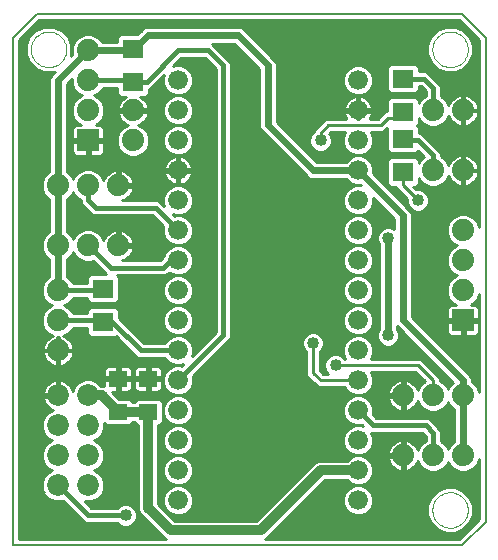
<source format=gtl>
G75*
%MOIN*%
%OFA0B0*%
%FSLAX24Y24*%
%IPPOS*%
%LPD*%
%AMOC8*
5,1,8,0,0,1.08239X$1,22.5*
%
%ADD10C,0.0080*%
%ADD11C,0.0000*%
%ADD12C,0.0660*%
%ADD13C,0.0728*%
%ADD14C,0.0740*%
%ADD15R,0.0740X0.0740*%
%ADD16R,0.0709X0.0630*%
%ADD17R,0.0630X0.0551*%
%ADD18C,0.0100*%
%ADD19C,0.0400*%
%ADD20C,0.0240*%
%ADD21C,0.0160*%
%ADD22C,0.0320*%
D10*
X000400Y001125D02*
X000400Y018054D01*
X001187Y018842D01*
X015361Y018842D01*
X016148Y018054D01*
X016148Y001912D01*
X015361Y001125D01*
X000400Y001125D01*
D11*
X000990Y017660D02*
X000992Y017708D01*
X000998Y017756D01*
X001008Y017803D01*
X001021Y017849D01*
X001039Y017894D01*
X001059Y017938D01*
X001084Y017980D01*
X001112Y018019D01*
X001142Y018056D01*
X001176Y018090D01*
X001213Y018122D01*
X001251Y018151D01*
X001292Y018176D01*
X001335Y018198D01*
X001380Y018216D01*
X001426Y018230D01*
X001473Y018241D01*
X001521Y018248D01*
X001569Y018251D01*
X001617Y018250D01*
X001665Y018245D01*
X001713Y018236D01*
X001759Y018224D01*
X001804Y018207D01*
X001848Y018187D01*
X001890Y018164D01*
X001930Y018137D01*
X001968Y018107D01*
X002003Y018074D01*
X002035Y018038D01*
X002065Y018000D01*
X002091Y017959D01*
X002113Y017916D01*
X002133Y017872D01*
X002148Y017827D01*
X002160Y017780D01*
X002168Y017732D01*
X002172Y017684D01*
X002172Y017636D01*
X002168Y017588D01*
X002160Y017540D01*
X002148Y017493D01*
X002133Y017448D01*
X002113Y017404D01*
X002091Y017361D01*
X002065Y017320D01*
X002035Y017282D01*
X002003Y017246D01*
X001968Y017213D01*
X001930Y017183D01*
X001890Y017156D01*
X001848Y017133D01*
X001804Y017113D01*
X001759Y017096D01*
X001713Y017084D01*
X001665Y017075D01*
X001617Y017070D01*
X001569Y017069D01*
X001521Y017072D01*
X001473Y017079D01*
X001426Y017090D01*
X001380Y017104D01*
X001335Y017122D01*
X001292Y017144D01*
X001251Y017169D01*
X001213Y017198D01*
X001176Y017230D01*
X001142Y017264D01*
X001112Y017301D01*
X001084Y017340D01*
X001059Y017382D01*
X001039Y017426D01*
X001021Y017471D01*
X001008Y017517D01*
X000998Y017564D01*
X000992Y017612D01*
X000990Y017660D01*
X014376Y017660D02*
X014378Y017708D01*
X014384Y017756D01*
X014394Y017803D01*
X014407Y017849D01*
X014425Y017894D01*
X014445Y017938D01*
X014470Y017980D01*
X014498Y018019D01*
X014528Y018056D01*
X014562Y018090D01*
X014599Y018122D01*
X014637Y018151D01*
X014678Y018176D01*
X014721Y018198D01*
X014766Y018216D01*
X014812Y018230D01*
X014859Y018241D01*
X014907Y018248D01*
X014955Y018251D01*
X015003Y018250D01*
X015051Y018245D01*
X015099Y018236D01*
X015145Y018224D01*
X015190Y018207D01*
X015234Y018187D01*
X015276Y018164D01*
X015316Y018137D01*
X015354Y018107D01*
X015389Y018074D01*
X015421Y018038D01*
X015451Y018000D01*
X015477Y017959D01*
X015499Y017916D01*
X015519Y017872D01*
X015534Y017827D01*
X015546Y017780D01*
X015554Y017732D01*
X015558Y017684D01*
X015558Y017636D01*
X015554Y017588D01*
X015546Y017540D01*
X015534Y017493D01*
X015519Y017448D01*
X015499Y017404D01*
X015477Y017361D01*
X015451Y017320D01*
X015421Y017282D01*
X015389Y017246D01*
X015354Y017213D01*
X015316Y017183D01*
X015276Y017156D01*
X015234Y017133D01*
X015190Y017113D01*
X015145Y017096D01*
X015099Y017084D01*
X015051Y017075D01*
X015003Y017070D01*
X014955Y017069D01*
X014907Y017072D01*
X014859Y017079D01*
X014812Y017090D01*
X014766Y017104D01*
X014721Y017122D01*
X014678Y017144D01*
X014637Y017169D01*
X014599Y017198D01*
X014562Y017230D01*
X014528Y017264D01*
X014498Y017301D01*
X014470Y017340D01*
X014445Y017382D01*
X014425Y017426D01*
X014407Y017471D01*
X014394Y017517D01*
X014384Y017564D01*
X014378Y017612D01*
X014376Y017660D01*
X014376Y002306D02*
X014378Y002354D01*
X014384Y002402D01*
X014394Y002449D01*
X014407Y002495D01*
X014425Y002540D01*
X014445Y002584D01*
X014470Y002626D01*
X014498Y002665D01*
X014528Y002702D01*
X014562Y002736D01*
X014599Y002768D01*
X014637Y002797D01*
X014678Y002822D01*
X014721Y002844D01*
X014766Y002862D01*
X014812Y002876D01*
X014859Y002887D01*
X014907Y002894D01*
X014955Y002897D01*
X015003Y002896D01*
X015051Y002891D01*
X015099Y002882D01*
X015145Y002870D01*
X015190Y002853D01*
X015234Y002833D01*
X015276Y002810D01*
X015316Y002783D01*
X015354Y002753D01*
X015389Y002720D01*
X015421Y002684D01*
X015451Y002646D01*
X015477Y002605D01*
X015499Y002562D01*
X015519Y002518D01*
X015534Y002473D01*
X015546Y002426D01*
X015554Y002378D01*
X015558Y002330D01*
X015558Y002282D01*
X015554Y002234D01*
X015546Y002186D01*
X015534Y002139D01*
X015519Y002094D01*
X015499Y002050D01*
X015477Y002007D01*
X015451Y001966D01*
X015421Y001928D01*
X015389Y001892D01*
X015354Y001859D01*
X015316Y001829D01*
X015276Y001802D01*
X015234Y001779D01*
X015190Y001759D01*
X015145Y001742D01*
X015099Y001730D01*
X015051Y001721D01*
X015003Y001716D01*
X014955Y001715D01*
X014907Y001718D01*
X014859Y001725D01*
X014812Y001736D01*
X014766Y001750D01*
X014721Y001768D01*
X014678Y001790D01*
X014637Y001815D01*
X014599Y001844D01*
X014562Y001876D01*
X014528Y001910D01*
X014498Y001947D01*
X014470Y001986D01*
X014445Y002028D01*
X014425Y002072D01*
X014407Y002117D01*
X014394Y002163D01*
X014384Y002210D01*
X014378Y002258D01*
X014376Y002306D01*
D12*
X011900Y002625D03*
X011900Y003625D03*
X011900Y004625D03*
X011900Y005625D03*
X011900Y006625D03*
X011900Y007625D03*
X011900Y008625D03*
X011900Y009625D03*
X011900Y010625D03*
X011900Y011625D03*
X011900Y012625D03*
X011900Y013625D03*
X011900Y014625D03*
X011900Y015625D03*
X011900Y016625D03*
X005900Y016625D03*
X005900Y015625D03*
X005900Y014625D03*
X005900Y013625D03*
X005900Y012625D03*
X005900Y011625D03*
X005900Y010625D03*
X005900Y009625D03*
X005900Y008625D03*
X005900Y007625D03*
X005900Y006625D03*
X005900Y005625D03*
X005900Y004625D03*
X005900Y003625D03*
X005900Y002625D03*
D13*
X002900Y003125D03*
X002900Y004125D03*
X002900Y005125D03*
X002900Y006125D03*
X001900Y006125D03*
X001900Y005125D03*
X001900Y004125D03*
X001900Y003125D03*
D14*
X001900Y007625D03*
X001900Y008625D03*
X001900Y009625D03*
X001900Y011125D03*
X002900Y011125D03*
X003900Y011125D03*
X003900Y013125D03*
X002900Y013125D03*
X001900Y013125D03*
X002900Y015625D03*
X002900Y016625D03*
X002900Y017625D03*
X004400Y015625D03*
X004400Y014625D03*
X013400Y006125D03*
X014400Y006125D03*
X015400Y006125D03*
X015400Y004125D03*
X014400Y004125D03*
X013400Y004125D03*
X015400Y009625D03*
X015400Y010625D03*
X015400Y011625D03*
X015400Y013625D03*
X014400Y013625D03*
X014400Y015625D03*
X015400Y015625D03*
D15*
X015400Y008625D03*
X002900Y014625D03*
D16*
X004400Y016574D03*
X004400Y017676D03*
X003400Y009676D03*
X003400Y008574D03*
X013400Y013574D03*
X013400Y014676D03*
X013400Y015574D03*
X013400Y016676D03*
D17*
X004900Y006676D03*
X003900Y006676D03*
X003900Y005574D03*
X004900Y005574D03*
D18*
X004479Y005164D02*
X004321Y005164D01*
X004285Y005128D02*
X004385Y005228D01*
X004385Y005244D01*
X004415Y005244D01*
X004415Y005228D01*
X004515Y005128D01*
X004570Y005128D01*
X004570Y002309D01*
X004620Y002188D01*
X005370Y001438D01*
X005463Y001345D01*
X005488Y001335D01*
X000610Y001335D01*
X000610Y017967D01*
X001274Y018632D01*
X015274Y018632D01*
X015938Y017967D01*
X015938Y011737D01*
X015858Y011931D01*
X015706Y012083D01*
X015507Y012165D01*
X015293Y012165D01*
X015094Y012083D01*
X014942Y011931D01*
X014860Y011732D01*
X014860Y011518D01*
X014942Y011319D01*
X015094Y011167D01*
X015196Y011125D01*
X015094Y011083D01*
X014942Y010931D01*
X014860Y010732D01*
X014860Y010518D01*
X014942Y010319D01*
X015094Y010167D01*
X015196Y010125D01*
X015094Y010083D01*
X014942Y009931D01*
X014860Y009732D01*
X014860Y009518D01*
X014942Y009319D01*
X015094Y009167D01*
X015148Y009145D01*
X015010Y009145D01*
X014972Y009135D01*
X014938Y009115D01*
X014910Y009087D01*
X014890Y009053D01*
X014880Y009015D01*
X014880Y008675D01*
X015350Y008675D01*
X015350Y008575D01*
X015450Y008575D01*
X015450Y008675D01*
X015920Y008675D01*
X015920Y009015D01*
X015910Y009053D01*
X015890Y009087D01*
X015862Y009115D01*
X015828Y009135D01*
X015790Y009145D01*
X015652Y009145D01*
X015706Y009167D01*
X015858Y009319D01*
X015938Y009513D01*
X015938Y006237D01*
X015858Y006431D01*
X015706Y006583D01*
X015690Y006589D01*
X015690Y006683D01*
X015646Y006789D01*
X015564Y006871D01*
X013690Y008745D01*
X013690Y012183D01*
X013646Y012289D01*
X012400Y013535D01*
X012400Y013724D01*
X012324Y013908D01*
X012183Y014049D01*
X011999Y014125D01*
X012183Y014201D01*
X012324Y014342D01*
X012400Y014526D01*
X012400Y014724D01*
X012325Y014905D01*
X012741Y014905D01*
X012876Y015040D01*
X012876Y014291D01*
X012975Y014191D01*
X013825Y014191D01*
X013902Y014269D01*
X014091Y014080D01*
X013942Y013931D01*
X013924Y013888D01*
X013924Y013959D01*
X013825Y014059D01*
X012975Y014059D01*
X012876Y013959D01*
X012876Y013188D01*
X012975Y013089D01*
X013180Y013089D01*
X013180Y013034D01*
X013309Y012905D01*
X013530Y012684D01*
X013530Y012551D01*
X013384Y012551D01*
X013286Y012650D02*
X013530Y012650D01*
X013530Y012551D02*
X013586Y012415D01*
X013690Y012311D01*
X013826Y012255D01*
X013974Y012255D01*
X014110Y012311D01*
X014214Y012415D01*
X014270Y012551D01*
X015938Y012551D01*
X015938Y012453D02*
X014229Y012453D01*
X014270Y012551D02*
X014270Y012699D01*
X014214Y012835D01*
X014110Y012939D01*
X013974Y012995D01*
X013841Y012995D01*
X013747Y013089D01*
X013825Y013089D01*
X013924Y013188D01*
X013924Y013362D01*
X013942Y013319D01*
X014094Y013167D01*
X014293Y013085D01*
X014507Y013085D01*
X014706Y013167D01*
X014858Y013319D01*
X014911Y013447D01*
X014918Y013425D01*
X014955Y013352D01*
X015003Y013286D01*
X015061Y013228D01*
X015127Y013180D01*
X015200Y013143D01*
X015278Y013118D01*
X015359Y013105D01*
X015370Y013105D01*
X015370Y013595D01*
X015430Y013595D01*
X015430Y013655D01*
X015370Y013655D01*
X015370Y014145D01*
X015359Y014145D01*
X015278Y014132D01*
X015200Y014107D01*
X015127Y014070D01*
X015061Y014022D01*
X015003Y013964D01*
X014955Y013898D01*
X014918Y013825D01*
X014911Y013803D01*
X014858Y013931D01*
X014706Y014083D01*
X014650Y014106D01*
X014650Y014175D01*
X014612Y014267D01*
X014112Y014767D01*
X014042Y014837D01*
X013950Y014875D01*
X013924Y014875D01*
X013924Y015062D01*
X013861Y015125D01*
X013924Y015188D01*
X013924Y015362D01*
X013942Y015319D01*
X014094Y015167D01*
X014293Y015085D01*
X014507Y015085D01*
X014706Y015167D01*
X014858Y015319D01*
X014911Y015447D01*
X014918Y015425D01*
X014955Y015352D01*
X015003Y015286D01*
X015061Y015228D01*
X015127Y015180D01*
X015200Y015143D01*
X015278Y015118D01*
X015359Y015105D01*
X015370Y015105D01*
X015370Y015595D01*
X015430Y015595D01*
X015430Y015655D01*
X015370Y015655D01*
X015370Y016145D01*
X015359Y016145D01*
X015278Y016132D01*
X015200Y016107D01*
X015127Y016070D01*
X015061Y016022D01*
X015003Y015964D01*
X014955Y015898D01*
X014918Y015825D01*
X014911Y015803D01*
X014858Y015931D01*
X014706Y016083D01*
X014650Y016106D01*
X014650Y016425D01*
X014612Y016517D01*
X014542Y016587D01*
X014240Y016888D01*
X014149Y016926D01*
X013924Y016926D01*
X013924Y017062D01*
X013825Y017161D01*
X012975Y017161D01*
X012876Y017062D01*
X012876Y016291D01*
X012975Y016191D01*
X013825Y016191D01*
X013924Y016291D01*
X013924Y016426D01*
X013995Y016426D01*
X014150Y016271D01*
X014150Y016106D01*
X014094Y016083D01*
X013942Y015931D01*
X013924Y015888D01*
X013924Y015959D01*
X013825Y016059D01*
X012975Y016059D01*
X012876Y015959D01*
X012876Y015595D01*
X012809Y015595D01*
X012680Y015466D01*
X012559Y015345D01*
X012290Y015345D01*
X012311Y015373D01*
X012345Y015441D01*
X012368Y015513D01*
X012380Y015586D01*
X011939Y015586D01*
X011939Y015664D01*
X011861Y015664D01*
X011861Y016105D01*
X011788Y016093D01*
X011716Y016070D01*
X011648Y016036D01*
X011587Y015991D01*
X011534Y015938D01*
X011489Y015877D01*
X011455Y015809D01*
X011432Y015737D01*
X011420Y015664D01*
X011861Y015664D01*
X011861Y015586D01*
X011420Y015586D01*
X011432Y015513D01*
X011455Y015441D01*
X011489Y015373D01*
X011510Y015345D01*
X010809Y015345D01*
X010559Y015095D01*
X010430Y014966D01*
X010430Y014928D01*
X010336Y014835D01*
X010280Y014699D01*
X010280Y014551D01*
X010336Y014415D01*
X010440Y014311D01*
X010576Y014255D01*
X010724Y014255D01*
X010860Y014311D01*
X010964Y014415D01*
X011020Y014551D01*
X011020Y014699D01*
X010964Y014835D01*
X010942Y014856D01*
X010991Y014905D01*
X011475Y014905D01*
X011400Y014724D01*
X011400Y014526D01*
X011476Y014342D01*
X011617Y014201D01*
X011801Y014125D01*
X011999Y014125D01*
X011801Y014125D01*
X011617Y014049D01*
X011483Y013915D01*
X010520Y013915D01*
X009190Y015245D01*
X009190Y017183D01*
X009146Y017289D01*
X008064Y018371D01*
X007958Y018415D01*
X004842Y018415D01*
X004736Y018371D01*
X004654Y018289D01*
X004526Y018161D01*
X003975Y018161D01*
X003876Y018062D01*
X003876Y017915D01*
X003364Y017915D01*
X003358Y017931D01*
X003206Y018083D01*
X003007Y018165D01*
X002793Y018165D01*
X002594Y018083D01*
X002442Y017931D01*
X002360Y017732D01*
X002360Y017518D01*
X002367Y017502D01*
X002319Y017454D01*
X002342Y017509D01*
X002342Y017812D01*
X002226Y018091D01*
X002012Y018305D01*
X001732Y018421D01*
X001430Y018421D01*
X001150Y018305D01*
X000936Y018091D01*
X000821Y017812D01*
X000821Y017509D01*
X000936Y017230D01*
X001150Y017016D01*
X001430Y016900D01*
X001732Y016900D01*
X001788Y016923D01*
X001736Y016871D01*
X001654Y016789D01*
X001610Y016683D01*
X001610Y013589D01*
X001594Y013583D01*
X001442Y013431D01*
X001360Y013232D01*
X001360Y013018D01*
X001442Y012819D01*
X001594Y012667D01*
X001610Y012661D01*
X001610Y011589D01*
X001594Y011583D01*
X001442Y011431D01*
X001360Y011232D01*
X001360Y011018D01*
X001442Y010819D01*
X001594Y010667D01*
X001610Y010661D01*
X001610Y010089D01*
X001594Y010083D01*
X001442Y009931D01*
X001360Y009732D01*
X001360Y009518D01*
X001442Y009319D01*
X001594Y009167D01*
X001696Y009125D01*
X001594Y009083D01*
X001442Y008931D01*
X001360Y008732D01*
X001360Y008518D01*
X001442Y008319D01*
X001594Y008167D01*
X001722Y008114D01*
X001700Y008107D01*
X001627Y008070D01*
X001561Y008022D01*
X001503Y007964D01*
X001455Y007898D01*
X001418Y007825D01*
X001393Y007747D01*
X001380Y007666D01*
X001380Y007655D01*
X001870Y007655D01*
X001870Y008085D01*
X001930Y008085D01*
X001930Y007655D01*
X001870Y007655D01*
X001870Y007595D01*
X001930Y007595D01*
X001930Y007655D01*
X002420Y007655D01*
X002420Y007666D01*
X002407Y007747D01*
X002382Y007825D01*
X002345Y007898D01*
X002297Y007964D01*
X002239Y008022D01*
X002173Y008070D01*
X002100Y008107D01*
X002078Y008114D01*
X002206Y008167D01*
X002358Y008319D01*
X002381Y008375D01*
X002876Y008375D01*
X002876Y008188D01*
X002975Y008089D01*
X003825Y008089D01*
X003829Y008093D01*
X004508Y007413D01*
X004600Y007375D01*
X005462Y007375D01*
X005476Y007342D01*
X005617Y007201D01*
X005801Y007125D01*
X005617Y007049D01*
X005476Y006908D01*
X005400Y006724D01*
X005400Y006526D01*
X005476Y006342D01*
X005617Y006201D01*
X005801Y006125D01*
X005617Y006049D01*
X005476Y005908D01*
X005400Y005724D01*
X005400Y005526D01*
X005476Y005342D01*
X005617Y005201D01*
X005801Y005125D01*
X005617Y005049D01*
X005476Y004908D01*
X005400Y004724D01*
X005400Y004526D01*
X005476Y004342D01*
X005617Y004201D01*
X005801Y004125D01*
X005617Y004049D01*
X005476Y003908D01*
X005400Y003724D01*
X005400Y003526D01*
X005476Y003342D01*
X005617Y003201D01*
X005801Y003125D01*
X005617Y003049D01*
X005476Y002908D01*
X005400Y002724D01*
X005400Y002526D01*
X005476Y002342D01*
X005617Y002201D01*
X005801Y002125D01*
X005999Y002125D01*
X006183Y002201D01*
X006324Y002342D01*
X006400Y002526D01*
X006400Y002724D01*
X006324Y002908D01*
X006183Y003049D01*
X005999Y003125D01*
X005801Y003125D01*
X005999Y003125D01*
X006183Y003201D01*
X006324Y003342D01*
X006400Y003526D01*
X006400Y003724D01*
X006324Y003908D01*
X006183Y004049D01*
X005999Y004125D01*
X005801Y004125D01*
X005999Y004125D01*
X006183Y004201D01*
X006324Y004342D01*
X006400Y004526D01*
X006400Y004724D01*
X006324Y004908D01*
X006183Y005049D01*
X005999Y005125D01*
X005801Y005125D01*
X005999Y005125D01*
X006183Y005201D01*
X006324Y005342D01*
X006400Y005526D01*
X006400Y005724D01*
X006324Y005908D01*
X006183Y006049D01*
X005999Y006125D01*
X005801Y006125D01*
X005999Y006125D01*
X006183Y006201D01*
X006324Y006342D01*
X006400Y006526D01*
X006400Y006724D01*
X006386Y006758D01*
X007612Y007983D01*
X007650Y008075D01*
X007650Y017175D01*
X007612Y017267D01*
X007542Y017337D01*
X007044Y017835D01*
X007780Y017835D01*
X008610Y017005D01*
X008610Y015067D01*
X008654Y014961D01*
X010154Y013461D01*
X010236Y013379D01*
X010342Y013335D01*
X011483Y013335D01*
X011617Y013201D01*
X011801Y013125D01*
X011617Y013049D01*
X011476Y012908D01*
X011400Y012724D01*
X011400Y012526D01*
X011476Y012342D01*
X011617Y012201D01*
X011801Y012125D01*
X011617Y012049D01*
X011476Y011908D01*
X011400Y011724D01*
X011400Y011526D01*
X011476Y011342D01*
X011617Y011201D01*
X011801Y011125D01*
X011999Y011125D01*
X012183Y011201D01*
X012324Y011342D01*
X012400Y011526D01*
X012400Y011724D01*
X012324Y011908D01*
X012183Y012049D01*
X011999Y012125D01*
X011801Y012125D01*
X011999Y012125D01*
X012183Y012201D01*
X012324Y012342D01*
X012400Y012526D01*
X012400Y012715D01*
X013110Y012005D01*
X013110Y011688D01*
X013110Y011689D01*
X012974Y011745D01*
X012826Y011745D01*
X012690Y011689D01*
X012586Y011585D01*
X012530Y011449D01*
X012530Y011301D01*
X012586Y011165D01*
X012610Y011142D01*
X012610Y008358D01*
X012586Y008335D01*
X012530Y008199D01*
X012530Y008051D01*
X012586Y007915D01*
X012690Y007811D01*
X012826Y007755D01*
X012974Y007755D01*
X013110Y007811D01*
X013214Y007915D01*
X013270Y008051D01*
X013270Y008199D01*
X013214Y008335D01*
X013190Y008358D01*
X013190Y008425D01*
X015063Y006552D01*
X014942Y006431D01*
X014900Y006329D01*
X014858Y006431D01*
X014706Y006583D01*
X014620Y006618D01*
X014620Y006716D01*
X014491Y006845D01*
X013991Y007345D01*
X012325Y007345D01*
X012400Y007526D01*
X012400Y007724D01*
X012324Y007908D01*
X012183Y008049D01*
X011999Y008125D01*
X012183Y008201D01*
X012324Y008342D01*
X012400Y008526D01*
X012400Y008724D01*
X012324Y008908D01*
X012183Y009049D01*
X011999Y009125D01*
X012183Y009201D01*
X012324Y009342D01*
X012400Y009526D01*
X012400Y009724D01*
X012324Y009908D01*
X012183Y010049D01*
X011999Y010125D01*
X012183Y010201D01*
X012324Y010342D01*
X012400Y010526D01*
X012400Y010724D01*
X012324Y010908D01*
X012183Y011049D01*
X011999Y011125D01*
X011801Y011125D01*
X011617Y011049D01*
X011476Y010908D01*
X011400Y010724D01*
X011400Y010526D01*
X011476Y010342D01*
X011617Y010201D01*
X011801Y010125D01*
X011999Y010125D01*
X011801Y010125D01*
X011617Y010049D01*
X011476Y009908D01*
X011400Y009724D01*
X011400Y009526D01*
X011476Y009342D01*
X011617Y009201D01*
X011801Y009125D01*
X011999Y009125D01*
X011801Y009125D01*
X011617Y009049D01*
X011476Y008908D01*
X011400Y008724D01*
X011400Y008526D01*
X011476Y008342D01*
X011617Y008201D01*
X011801Y008125D01*
X011999Y008125D01*
X011801Y008125D01*
X011617Y008049D01*
X011476Y007908D01*
X011400Y007724D01*
X011400Y007526D01*
X011475Y007345D01*
X011453Y007345D01*
X011360Y007439D01*
X011224Y007495D01*
X011076Y007495D01*
X010940Y007439D01*
X010836Y007335D01*
X010780Y007199D01*
X010780Y007051D01*
X010836Y006915D01*
X010907Y006845D01*
X010741Y006845D01*
X010620Y006966D01*
X010620Y007572D01*
X010714Y007665D01*
X010770Y007801D01*
X010770Y007949D01*
X010714Y008085D01*
X010610Y008189D01*
X010474Y008245D01*
X010326Y008245D01*
X010190Y008189D01*
X010086Y008085D01*
X010030Y007949D01*
X010030Y007801D01*
X010086Y007665D01*
X010180Y007572D01*
X010180Y006784D01*
X010430Y006534D01*
X010559Y006405D01*
X011450Y006405D01*
X011476Y006342D01*
X011617Y006201D01*
X011801Y006125D01*
X011617Y006049D01*
X011476Y005908D01*
X011400Y005724D01*
X011400Y005526D01*
X011476Y005342D01*
X011617Y005201D01*
X011801Y005125D01*
X011617Y005049D01*
X011476Y004908D01*
X011400Y004724D01*
X011400Y004526D01*
X011476Y004342D01*
X011617Y004201D01*
X011801Y004125D01*
X011617Y004049D01*
X011523Y003955D01*
X010584Y003955D01*
X010463Y003905D01*
X010370Y003812D01*
X008513Y001955D01*
X005787Y001955D01*
X005230Y002512D01*
X005230Y005128D01*
X005285Y005128D01*
X005385Y005228D01*
X005385Y005920D01*
X005285Y006019D01*
X004515Y006019D01*
X004415Y005920D01*
X004415Y005904D01*
X004385Y005904D01*
X004385Y005920D01*
X004285Y006019D01*
X003921Y006019D01*
X003690Y006251D01*
X003850Y006251D01*
X003850Y006626D01*
X003950Y006626D01*
X003950Y006251D01*
X004235Y006251D01*
X004273Y006261D01*
X004307Y006281D01*
X004335Y006308D01*
X004355Y006343D01*
X004365Y006381D01*
X004365Y006626D01*
X003950Y006626D01*
X003950Y006726D01*
X004365Y006726D01*
X004365Y006972D01*
X004355Y007010D01*
X004335Y007044D01*
X004307Y007072D01*
X004273Y007092D01*
X004235Y007102D01*
X003950Y007102D01*
X003950Y006726D01*
X003850Y006726D01*
X003850Y006626D01*
X003435Y006626D01*
X003435Y006446D01*
X003414Y006455D01*
X003325Y006455D01*
X003203Y006578D01*
X003006Y006659D01*
X002794Y006659D01*
X002597Y006578D01*
X002447Y006428D01*
X002388Y006286D01*
X002377Y006322D01*
X002340Y006394D01*
X002292Y006460D01*
X002235Y006517D01*
X002169Y006565D01*
X002097Y006602D01*
X002020Y006627D01*
X001940Y006639D01*
X001939Y006639D01*
X001939Y006164D01*
X001861Y006164D01*
X001861Y006639D01*
X001860Y006639D01*
X001780Y006627D01*
X001703Y006602D01*
X001631Y006565D01*
X001565Y006517D01*
X001508Y006460D01*
X001460Y006394D01*
X001423Y006322D01*
X001398Y006245D01*
X001386Y006165D01*
X001386Y006164D01*
X001861Y006164D01*
X001861Y006086D01*
X001386Y006086D01*
X001386Y006085D01*
X001398Y006005D01*
X001423Y005928D01*
X001460Y005856D01*
X001508Y005790D01*
X001565Y005733D01*
X001631Y005685D01*
X001703Y005648D01*
X001739Y005637D01*
X001597Y005578D01*
X001447Y005428D01*
X001366Y005231D01*
X001366Y005019D01*
X001447Y004822D01*
X001597Y004672D01*
X001711Y004625D01*
X001597Y004578D01*
X001447Y004428D01*
X001366Y004231D01*
X001366Y004019D01*
X001447Y003822D01*
X001597Y003672D01*
X001711Y003625D01*
X001597Y003578D01*
X001447Y003428D01*
X001366Y003231D01*
X001366Y003019D01*
X001447Y002822D01*
X001597Y002672D01*
X001794Y002591D01*
X002006Y002591D01*
X002059Y002613D01*
X002758Y001913D01*
X002850Y001875D01*
X003877Y001875D01*
X003940Y001811D01*
X004076Y001755D01*
X004224Y001755D01*
X004360Y001811D01*
X004464Y001915D01*
X004520Y002051D01*
X004520Y002199D01*
X004464Y002335D01*
X004360Y002439D01*
X004224Y002495D01*
X004076Y002495D01*
X003940Y002439D01*
X003877Y002375D01*
X003004Y002375D01*
X002783Y002595D01*
X002794Y002591D01*
X003006Y002591D01*
X003203Y002672D01*
X003353Y002822D01*
X003434Y003019D01*
X003434Y003231D01*
X003353Y003428D01*
X003203Y003578D01*
X003089Y003625D01*
X003203Y003672D01*
X003353Y003822D01*
X003434Y004019D01*
X003434Y004231D01*
X003353Y004428D01*
X003203Y004578D01*
X003089Y004625D01*
X003203Y004672D01*
X003353Y004822D01*
X003434Y005019D01*
X003434Y005209D01*
X003515Y005128D01*
X004285Y005128D01*
X004570Y005065D02*
X003434Y005065D01*
X003434Y005164D02*
X003479Y005164D01*
X003413Y004967D02*
X004570Y004967D01*
X004570Y004868D02*
X003372Y004868D01*
X003300Y004770D02*
X004570Y004770D01*
X004570Y004671D02*
X003200Y004671D01*
X003208Y004573D02*
X004570Y004573D01*
X004570Y004474D02*
X003306Y004474D01*
X003374Y004376D02*
X004570Y004376D01*
X004570Y004277D02*
X003415Y004277D01*
X003434Y004179D02*
X004570Y004179D01*
X004570Y004080D02*
X003434Y004080D01*
X003419Y003982D02*
X004570Y003982D01*
X004570Y003883D02*
X003378Y003883D01*
X003315Y003785D02*
X004570Y003785D01*
X004570Y003686D02*
X003216Y003686D01*
X003179Y003588D02*
X004570Y003588D01*
X004570Y003489D02*
X003291Y003489D01*
X003368Y003391D02*
X004570Y003391D01*
X004570Y003292D02*
X003409Y003292D01*
X003434Y003194D02*
X004570Y003194D01*
X004570Y003095D02*
X003434Y003095D01*
X003425Y002997D02*
X004570Y002997D01*
X004570Y002898D02*
X003384Y002898D01*
X003330Y002800D02*
X004570Y002800D01*
X004570Y002701D02*
X003231Y002701D01*
X003034Y002603D02*
X004570Y002603D01*
X004570Y002504D02*
X002875Y002504D01*
X002973Y002406D02*
X003907Y002406D01*
X004393Y002406D02*
X004570Y002406D01*
X004571Y002307D02*
X004475Y002307D01*
X004516Y002209D02*
X004612Y002209D01*
X004698Y002110D02*
X004520Y002110D01*
X004503Y002012D02*
X004797Y002012D01*
X004895Y001913D02*
X004461Y001913D01*
X004363Y001815D02*
X004994Y001815D01*
X005092Y001716D02*
X000610Y001716D01*
X000610Y001618D02*
X005191Y001618D01*
X005289Y001519D02*
X000610Y001519D01*
X000610Y001421D02*
X005388Y001421D01*
X005730Y002012D02*
X008570Y002012D01*
X008668Y002110D02*
X005632Y002110D01*
X005609Y002209D02*
X005533Y002209D01*
X005511Y002307D02*
X005435Y002307D01*
X005450Y002406D02*
X005336Y002406D01*
X005409Y002504D02*
X005238Y002504D01*
X005230Y002603D02*
X005400Y002603D01*
X005400Y002701D02*
X005230Y002701D01*
X005230Y002800D02*
X005431Y002800D01*
X005472Y002898D02*
X005230Y002898D01*
X005230Y002997D02*
X005564Y002997D01*
X005728Y003095D02*
X005230Y003095D01*
X005230Y003194D02*
X005635Y003194D01*
X005526Y003292D02*
X005230Y003292D01*
X005230Y003391D02*
X005456Y003391D01*
X005415Y003489D02*
X005230Y003489D01*
X005230Y003588D02*
X005400Y003588D01*
X005400Y003686D02*
X005230Y003686D01*
X005230Y003785D02*
X005425Y003785D01*
X005466Y003883D02*
X005230Y003883D01*
X005230Y003982D02*
X005549Y003982D01*
X005692Y004080D02*
X005230Y004080D01*
X005230Y004179D02*
X005671Y004179D01*
X005541Y004277D02*
X005230Y004277D01*
X005230Y004376D02*
X005462Y004376D01*
X005421Y004474D02*
X005230Y004474D01*
X005230Y004573D02*
X005400Y004573D01*
X005400Y004671D02*
X005230Y004671D01*
X005230Y004770D02*
X005419Y004770D01*
X005459Y004868D02*
X005230Y004868D01*
X005230Y004967D02*
X005534Y004967D01*
X005656Y005065D02*
X005230Y005065D01*
X005321Y005164D02*
X005708Y005164D01*
X005556Y005262D02*
X005385Y005262D01*
X005385Y005361D02*
X005468Y005361D01*
X005428Y005459D02*
X005385Y005459D01*
X005385Y005558D02*
X005400Y005558D01*
X005400Y005656D02*
X005385Y005656D01*
X005385Y005755D02*
X005412Y005755D01*
X005385Y005853D02*
X005453Y005853D01*
X005519Y005952D02*
X005353Y005952D01*
X005620Y006050D02*
X003890Y006050D01*
X003792Y006149D02*
X005744Y006149D01*
X005571Y006247D02*
X003693Y006247D01*
X003850Y006346D02*
X003950Y006346D01*
X003950Y006444D02*
X003850Y006444D01*
X003850Y006543D02*
X003950Y006543D01*
X003950Y006641D02*
X004850Y006641D01*
X004850Y006626D02*
X004435Y006626D01*
X004435Y006381D01*
X004445Y006343D01*
X004465Y006308D01*
X004493Y006281D01*
X004527Y006261D01*
X004565Y006251D01*
X004850Y006251D01*
X004850Y006626D01*
X004950Y006626D01*
X004950Y006251D01*
X005235Y006251D01*
X005273Y006261D01*
X005307Y006281D01*
X005335Y006308D01*
X005355Y006343D01*
X005365Y006381D01*
X005365Y006626D01*
X004950Y006626D01*
X004950Y006726D01*
X005365Y006726D01*
X005365Y006972D01*
X005355Y007010D01*
X005335Y007044D01*
X005307Y007072D01*
X005273Y007092D01*
X005235Y007102D01*
X004950Y007102D01*
X004950Y006726D01*
X004850Y006726D01*
X004850Y006626D01*
X004850Y006543D02*
X004950Y006543D01*
X004950Y006641D02*
X005400Y006641D01*
X005400Y006543D02*
X005365Y006543D01*
X005365Y006444D02*
X005434Y006444D01*
X005475Y006346D02*
X005355Y006346D01*
X005365Y006740D02*
X005406Y006740D01*
X005365Y006838D02*
X005447Y006838D01*
X005504Y006937D02*
X005365Y006937D01*
X005340Y007035D02*
X005603Y007035D01*
X005780Y007134D02*
X002070Y007134D01*
X002100Y007143D02*
X002173Y007180D01*
X002239Y007228D01*
X002297Y007286D01*
X002345Y007352D01*
X002382Y007425D01*
X002407Y007503D01*
X002420Y007584D01*
X002420Y007595D01*
X001930Y007595D01*
X001930Y007105D01*
X001941Y007105D01*
X002022Y007118D01*
X002100Y007143D01*
X002242Y007232D02*
X005586Y007232D01*
X005487Y007331D02*
X002329Y007331D01*
X002383Y007429D02*
X004492Y007429D01*
X004394Y007528D02*
X002411Y007528D01*
X002411Y007725D02*
X004197Y007725D01*
X004098Y007823D02*
X002382Y007823D01*
X002327Y007922D02*
X004000Y007922D01*
X003901Y008020D02*
X002240Y008020D01*
X002088Y008119D02*
X002946Y008119D01*
X002876Y008217D02*
X002256Y008217D01*
X002354Y008316D02*
X002876Y008316D01*
X002876Y008875D02*
X002381Y008875D01*
X002358Y008931D01*
X002206Y009083D01*
X002104Y009125D01*
X002206Y009167D01*
X002358Y009319D01*
X002381Y009375D01*
X002876Y009375D01*
X002876Y009291D01*
X002975Y009191D01*
X003825Y009191D01*
X003924Y009291D01*
X003924Y010062D01*
X003861Y010125D01*
X005450Y010125D01*
X005542Y010163D01*
X005598Y010220D01*
X005617Y010201D01*
X005801Y010125D01*
X005617Y010049D01*
X005476Y009908D01*
X005400Y009724D01*
X005400Y009526D01*
X005476Y009342D01*
X005617Y009201D01*
X005801Y009125D01*
X005617Y009049D01*
X005476Y008908D01*
X005400Y008724D01*
X005400Y008526D01*
X005476Y008342D01*
X005617Y008201D01*
X005801Y008125D01*
X005999Y008125D01*
X006183Y008201D01*
X006324Y008342D01*
X006400Y008526D01*
X006400Y008724D01*
X006324Y008908D01*
X006183Y009049D01*
X005999Y009125D01*
X005801Y009125D01*
X005999Y009125D01*
X006183Y009201D01*
X006324Y009342D01*
X006400Y009526D01*
X006400Y009724D01*
X006324Y009908D01*
X006183Y010049D01*
X005999Y010125D01*
X005801Y010125D01*
X005999Y010125D01*
X006183Y010201D01*
X006324Y010342D01*
X006400Y010526D01*
X006400Y010724D01*
X006324Y010908D01*
X006183Y011049D01*
X005999Y011125D01*
X006183Y011201D01*
X006324Y011342D01*
X006400Y011526D01*
X006400Y011724D01*
X006324Y011908D01*
X006183Y012049D01*
X005999Y012125D01*
X006183Y012201D01*
X006324Y012342D01*
X006400Y012526D01*
X006400Y012724D01*
X006324Y012908D01*
X006183Y013049D01*
X005999Y013125D01*
X005801Y013125D01*
X005617Y013049D01*
X005476Y012908D01*
X005400Y012724D01*
X005400Y012526D01*
X005433Y012445D01*
X005292Y012587D01*
X005200Y012625D01*
X004044Y012625D01*
X004100Y012643D01*
X004173Y012680D01*
X004239Y012728D01*
X004297Y012786D01*
X004345Y012852D01*
X004382Y012925D01*
X004407Y013003D01*
X004419Y013075D01*
X003950Y013075D01*
X003950Y013175D01*
X003850Y013175D01*
X003850Y013644D01*
X003778Y013632D01*
X003700Y013607D01*
X003627Y013570D01*
X003561Y013522D01*
X003503Y013464D01*
X003455Y013398D01*
X003418Y013325D01*
X003411Y013303D01*
X003358Y013431D01*
X003206Y013583D01*
X003007Y013665D01*
X002793Y013665D01*
X002594Y013583D01*
X002442Y013431D01*
X002400Y013329D01*
X002358Y013431D01*
X002206Y013583D01*
X002190Y013589D01*
X002190Y016505D01*
X002360Y016675D01*
X002360Y016518D01*
X002442Y016319D01*
X002594Y016167D01*
X002696Y016125D01*
X002594Y016083D01*
X002442Y015931D01*
X002360Y015732D01*
X002360Y015518D01*
X002442Y015319D01*
X002594Y015167D01*
X002648Y015145D01*
X002510Y015145D01*
X002472Y015135D01*
X002438Y015115D01*
X002410Y015087D01*
X002390Y015053D01*
X002380Y015015D01*
X002380Y014675D01*
X002850Y014675D01*
X002850Y014575D01*
X002950Y014575D01*
X002950Y014675D01*
X003420Y014675D01*
X003420Y015015D01*
X003410Y015053D01*
X003390Y015087D01*
X003362Y015115D01*
X003328Y015135D01*
X003290Y015145D01*
X003152Y015145D01*
X003206Y015167D01*
X003358Y015319D01*
X003440Y015518D01*
X003440Y015732D01*
X003358Y015931D01*
X003206Y016083D01*
X003104Y016125D01*
X003206Y016167D01*
X003358Y016319D01*
X003381Y016375D01*
X003876Y016375D01*
X003876Y016188D01*
X003975Y016089D01*
X004165Y016089D01*
X004127Y016070D01*
X004061Y016022D01*
X004003Y015964D01*
X003955Y015898D01*
X003918Y015825D01*
X003893Y015747D01*
X003881Y015675D01*
X004350Y015675D01*
X004350Y015575D01*
X003881Y015575D01*
X003893Y015503D01*
X003918Y015425D01*
X003955Y015352D01*
X004003Y015286D01*
X004061Y015228D01*
X004127Y015180D01*
X004200Y015143D01*
X004222Y015136D01*
X004094Y015083D01*
X003942Y014931D01*
X003860Y014732D01*
X003860Y014518D01*
X003942Y014319D01*
X004094Y014167D01*
X004293Y014085D01*
X004507Y014085D01*
X004706Y014167D01*
X004858Y014319D01*
X004940Y014518D01*
X004940Y014732D01*
X004858Y014931D01*
X004706Y015083D01*
X004578Y015136D01*
X004600Y015143D01*
X004673Y015180D01*
X004739Y015228D01*
X004797Y015286D01*
X004845Y015352D01*
X004882Y015425D01*
X004907Y015503D01*
X004919Y015575D01*
X004450Y015575D01*
X004450Y015675D01*
X004919Y015675D01*
X004907Y015747D01*
X004882Y015825D01*
X004845Y015898D01*
X004797Y015964D01*
X004739Y016022D01*
X004673Y016070D01*
X004635Y016089D01*
X004825Y016089D01*
X004924Y016188D01*
X004924Y016334D01*
X004990Y016362D01*
X005433Y016805D01*
X005400Y016724D01*
X005400Y016526D01*
X005476Y016342D01*
X005617Y016201D01*
X005801Y016125D01*
X005617Y016049D01*
X005476Y015908D01*
X005400Y015724D01*
X005400Y015526D01*
X005476Y015342D01*
X005617Y015201D01*
X005801Y015125D01*
X005999Y015125D01*
X006183Y015201D01*
X006324Y015342D01*
X006400Y015526D01*
X006400Y015724D01*
X006324Y015908D01*
X006183Y016049D01*
X005999Y016125D01*
X005801Y016125D01*
X005999Y016125D01*
X006183Y016201D01*
X006324Y016342D01*
X006400Y016526D01*
X006400Y016724D01*
X006324Y016908D01*
X006183Y017049D01*
X005999Y017125D01*
X005801Y017125D01*
X005720Y017092D01*
X006004Y017375D01*
X006796Y017375D01*
X007150Y017021D01*
X007150Y008229D01*
X006367Y007445D01*
X006400Y007526D01*
X006400Y007724D01*
X006324Y007908D01*
X006183Y008049D01*
X005999Y008125D01*
X005801Y008125D01*
X005617Y008049D01*
X005476Y007908D01*
X005462Y007875D01*
X004754Y007875D01*
X003924Y008704D01*
X003924Y008959D01*
X003825Y009059D01*
X002975Y009059D01*
X002876Y008959D01*
X002876Y008875D01*
X002876Y008907D02*
X002368Y008907D01*
X002284Y009005D02*
X002921Y009005D01*
X002964Y009202D02*
X002241Y009202D01*
X002156Y009104D02*
X005749Y009104D01*
X005616Y009202D02*
X003836Y009202D01*
X003924Y009301D02*
X005517Y009301D01*
X005452Y009399D02*
X003924Y009399D01*
X003924Y009498D02*
X005412Y009498D01*
X005400Y009596D02*
X003924Y009596D01*
X003924Y009695D02*
X005400Y009695D01*
X005428Y009793D02*
X003924Y009793D01*
X003924Y009892D02*
X005469Y009892D01*
X005558Y009990D02*
X003924Y009990D01*
X003897Y010089D02*
X005712Y010089D01*
X005651Y010187D02*
X005566Y010187D01*
X005296Y010625D02*
X004044Y010625D01*
X004100Y010643D01*
X004173Y010680D01*
X004239Y010728D01*
X004297Y010786D01*
X004345Y010852D01*
X004382Y010925D01*
X004407Y011003D01*
X004419Y011075D01*
X003950Y011075D01*
X003950Y011175D01*
X003850Y011175D01*
X003850Y011644D01*
X003778Y011632D01*
X003700Y011607D01*
X003627Y011570D01*
X003561Y011522D01*
X003503Y011464D01*
X003455Y011398D01*
X003418Y011325D01*
X003411Y011303D01*
X003358Y011431D01*
X003206Y011583D01*
X003007Y011665D01*
X002793Y011665D01*
X002594Y011583D01*
X002442Y011431D01*
X002400Y011329D01*
X002358Y011431D01*
X002206Y011583D01*
X002190Y011589D01*
X002190Y012661D01*
X002206Y012667D01*
X002358Y012819D01*
X002400Y012921D01*
X002442Y012819D01*
X002594Y012667D01*
X002650Y012644D01*
X002650Y012575D01*
X002688Y012483D01*
X002938Y012233D01*
X003008Y012163D01*
X003100Y012125D01*
X005046Y012125D01*
X005414Y011758D01*
X005400Y011724D01*
X005400Y011526D01*
X005476Y011342D01*
X005617Y011201D01*
X005801Y011125D01*
X005999Y011125D01*
X005801Y011125D01*
X005617Y011049D01*
X005476Y010908D01*
X005403Y010731D01*
X005296Y010625D01*
X005351Y010680D02*
X004171Y010680D01*
X004288Y010778D02*
X005422Y010778D01*
X005463Y010877D02*
X004357Y010877D01*
X004398Y010975D02*
X005543Y010975D01*
X005676Y011074D02*
X004418Y011074D01*
X004419Y011175D02*
X004407Y011247D01*
X004382Y011325D01*
X004345Y011398D01*
X004297Y011464D01*
X004239Y011522D01*
X004173Y011570D01*
X004100Y011607D01*
X004022Y011632D01*
X003950Y011644D01*
X003950Y011175D01*
X004419Y011175D01*
X004399Y011271D02*
X005547Y011271D01*
X005465Y011369D02*
X004359Y011369D01*
X004293Y011468D02*
X005424Y011468D01*
X005400Y011566D02*
X004178Y011566D01*
X003950Y011566D02*
X003850Y011566D01*
X003850Y011468D02*
X003950Y011468D01*
X003950Y011369D02*
X003850Y011369D01*
X003850Y011271D02*
X003950Y011271D01*
X003950Y011172D02*
X005687Y011172D01*
X006113Y011172D02*
X007150Y011172D01*
X007150Y011074D02*
X006124Y011074D01*
X006257Y010975D02*
X007150Y010975D01*
X007150Y010877D02*
X006337Y010877D01*
X006378Y010778D02*
X007150Y010778D01*
X007150Y010680D02*
X006400Y010680D01*
X006400Y010581D02*
X007150Y010581D01*
X007150Y010483D02*
X006382Y010483D01*
X006341Y010384D02*
X007150Y010384D01*
X007150Y010286D02*
X006268Y010286D01*
X006149Y010187D02*
X007150Y010187D01*
X007150Y010089D02*
X006088Y010089D01*
X006242Y009990D02*
X007150Y009990D01*
X007150Y009892D02*
X006331Y009892D01*
X006372Y009793D02*
X007150Y009793D01*
X007150Y009695D02*
X006400Y009695D01*
X006400Y009596D02*
X007150Y009596D01*
X007150Y009498D02*
X006388Y009498D01*
X006348Y009399D02*
X007150Y009399D01*
X007150Y009301D02*
X006283Y009301D01*
X006184Y009202D02*
X007150Y009202D01*
X007150Y009104D02*
X006051Y009104D01*
X006227Y009005D02*
X007150Y009005D01*
X007150Y008907D02*
X006325Y008907D01*
X006365Y008808D02*
X007150Y008808D01*
X007150Y008710D02*
X006400Y008710D01*
X006400Y008611D02*
X007150Y008611D01*
X007150Y008513D02*
X006395Y008513D01*
X006354Y008414D02*
X007150Y008414D01*
X007150Y008316D02*
X006298Y008316D01*
X006199Y008217D02*
X007138Y008217D01*
X007040Y008119D02*
X006015Y008119D01*
X006212Y008020D02*
X006941Y008020D01*
X006843Y007922D02*
X006311Y007922D01*
X006359Y007823D02*
X006744Y007823D01*
X006646Y007725D02*
X006400Y007725D01*
X006400Y007626D02*
X006547Y007626D01*
X006449Y007528D02*
X006400Y007528D01*
X006080Y007158D02*
X006033Y007111D01*
X005999Y007125D01*
X005801Y007125D01*
X005999Y007125D01*
X006080Y007158D01*
X006055Y007134D02*
X006020Y007134D01*
X006394Y006740D02*
X010224Y006740D01*
X010180Y006838D02*
X006467Y006838D01*
X006565Y006937D02*
X010180Y006937D01*
X010180Y007035D02*
X006664Y007035D01*
X006762Y007134D02*
X010180Y007134D01*
X010180Y007232D02*
X006861Y007232D01*
X006959Y007331D02*
X010180Y007331D01*
X010180Y007429D02*
X007058Y007429D01*
X007156Y007528D02*
X010180Y007528D01*
X010126Y007626D02*
X007255Y007626D01*
X007353Y007725D02*
X010062Y007725D01*
X010030Y007823D02*
X007452Y007823D01*
X007550Y007922D02*
X010030Y007922D01*
X010060Y008020D02*
X007627Y008020D01*
X007650Y008119D02*
X010120Y008119D01*
X010259Y008217D02*
X007650Y008217D01*
X007650Y008316D02*
X011502Y008316D01*
X011446Y008414D02*
X007650Y008414D01*
X007650Y008513D02*
X011405Y008513D01*
X011400Y008611D02*
X007650Y008611D01*
X007650Y008710D02*
X011400Y008710D01*
X011435Y008808D02*
X007650Y008808D01*
X007650Y008907D02*
X011475Y008907D01*
X011573Y009005D02*
X007650Y009005D01*
X007650Y009104D02*
X011749Y009104D01*
X011616Y009202D02*
X007650Y009202D01*
X007650Y009301D02*
X011517Y009301D01*
X011452Y009399D02*
X007650Y009399D01*
X007650Y009498D02*
X011412Y009498D01*
X011400Y009596D02*
X007650Y009596D01*
X007650Y009695D02*
X011400Y009695D01*
X011428Y009793D02*
X007650Y009793D01*
X007650Y009892D02*
X011469Y009892D01*
X011558Y009990D02*
X007650Y009990D01*
X007650Y010089D02*
X011712Y010089D01*
X011651Y010187D02*
X007650Y010187D01*
X007650Y010286D02*
X011532Y010286D01*
X011459Y010384D02*
X007650Y010384D01*
X007650Y010483D02*
X011418Y010483D01*
X011400Y010581D02*
X007650Y010581D01*
X007650Y010680D02*
X011400Y010680D01*
X011422Y010778D02*
X007650Y010778D01*
X007650Y010877D02*
X011463Y010877D01*
X011543Y010975D02*
X007650Y010975D01*
X007650Y011074D02*
X011676Y011074D01*
X011687Y011172D02*
X007650Y011172D01*
X007650Y011271D02*
X011547Y011271D01*
X011465Y011369D02*
X007650Y011369D01*
X007650Y011468D02*
X011424Y011468D01*
X011400Y011566D02*
X007650Y011566D01*
X007650Y011665D02*
X011400Y011665D01*
X011416Y011763D02*
X007650Y011763D01*
X007650Y011862D02*
X011457Y011862D01*
X011528Y011960D02*
X007650Y011960D01*
X007650Y012059D02*
X011640Y012059D01*
X011723Y012157D02*
X007650Y012157D01*
X007650Y012256D02*
X011562Y012256D01*
X011471Y012354D02*
X007650Y012354D01*
X007650Y012453D02*
X011430Y012453D01*
X011400Y012551D02*
X007650Y012551D01*
X007650Y012650D02*
X011400Y012650D01*
X011410Y012748D02*
X007650Y012748D01*
X007650Y012847D02*
X011451Y012847D01*
X011513Y012945D02*
X007650Y012945D01*
X007650Y013044D02*
X011611Y013044D01*
X011759Y013142D02*
X007650Y013142D01*
X007650Y013241D02*
X011577Y013241D01*
X011801Y013125D02*
X011990Y013125D01*
X011801Y013125D01*
X011990Y013125D02*
X011990Y013125D01*
X012400Y012650D02*
X012465Y012650D01*
X012400Y012551D02*
X012564Y012551D01*
X012662Y012453D02*
X012370Y012453D01*
X012329Y012354D02*
X012761Y012354D01*
X012859Y012256D02*
X012238Y012256D01*
X012077Y012157D02*
X012958Y012157D01*
X013056Y012059D02*
X012160Y012059D01*
X012272Y011960D02*
X013110Y011960D01*
X013110Y011862D02*
X012343Y011862D01*
X012384Y011763D02*
X013110Y011763D01*
X012666Y011665D02*
X012400Y011665D01*
X012400Y011566D02*
X012579Y011566D01*
X012538Y011468D02*
X012376Y011468D01*
X012335Y011369D02*
X012530Y011369D01*
X012543Y011271D02*
X012253Y011271D01*
X012113Y011172D02*
X012584Y011172D01*
X012610Y011074D02*
X012124Y011074D01*
X012257Y010975D02*
X012610Y010975D01*
X012610Y010877D02*
X012337Y010877D01*
X012378Y010778D02*
X012610Y010778D01*
X012610Y010680D02*
X012400Y010680D01*
X012400Y010581D02*
X012610Y010581D01*
X012610Y010483D02*
X012382Y010483D01*
X012341Y010384D02*
X012610Y010384D01*
X012610Y010286D02*
X012268Y010286D01*
X012149Y010187D02*
X012610Y010187D01*
X012610Y010089D02*
X012088Y010089D01*
X012242Y009990D02*
X012610Y009990D01*
X012610Y009892D02*
X012331Y009892D01*
X012372Y009793D02*
X012610Y009793D01*
X012610Y009695D02*
X012400Y009695D01*
X012400Y009596D02*
X012610Y009596D01*
X012610Y009498D02*
X012388Y009498D01*
X012348Y009399D02*
X012610Y009399D01*
X012610Y009301D02*
X012283Y009301D01*
X012184Y009202D02*
X012610Y009202D01*
X012610Y009104D02*
X012051Y009104D01*
X012227Y009005D02*
X012610Y009005D01*
X012610Y008907D02*
X012325Y008907D01*
X012365Y008808D02*
X012610Y008808D01*
X012610Y008710D02*
X012400Y008710D01*
X012400Y008611D02*
X012610Y008611D01*
X012610Y008513D02*
X012395Y008513D01*
X012354Y008414D02*
X012610Y008414D01*
X012578Y008316D02*
X012298Y008316D01*
X012199Y008217D02*
X012538Y008217D01*
X012530Y008119D02*
X012015Y008119D01*
X012212Y008020D02*
X012543Y008020D01*
X012584Y007922D02*
X012311Y007922D01*
X012359Y007823D02*
X012679Y007823D01*
X012400Y007725D02*
X013890Y007725D01*
X013792Y007823D02*
X013121Y007823D01*
X013216Y007922D02*
X013693Y007922D01*
X013595Y008020D02*
X013257Y008020D01*
X013270Y008119D02*
X013496Y008119D01*
X013398Y008217D02*
X013262Y008217D01*
X013299Y008316D02*
X013222Y008316D01*
X013201Y008414D02*
X013190Y008414D01*
X013726Y008710D02*
X014880Y008710D01*
X014880Y008808D02*
X013690Y008808D01*
X013690Y008907D02*
X014880Y008907D01*
X014880Y009005D02*
X013690Y009005D01*
X013690Y009104D02*
X014926Y009104D01*
X015059Y009202D02*
X013690Y009202D01*
X013690Y009301D02*
X014961Y009301D01*
X014909Y009399D02*
X013690Y009399D01*
X013690Y009498D02*
X014868Y009498D01*
X014860Y009596D02*
X013690Y009596D01*
X013690Y009695D02*
X014860Y009695D01*
X014885Y009793D02*
X013690Y009793D01*
X013690Y009892D02*
X014926Y009892D01*
X015001Y009990D02*
X013690Y009990D01*
X013690Y010089D02*
X015108Y010089D01*
X015074Y010187D02*
X013690Y010187D01*
X013690Y010286D02*
X014976Y010286D01*
X014915Y010384D02*
X013690Y010384D01*
X013690Y010483D02*
X014875Y010483D01*
X014860Y010581D02*
X013690Y010581D01*
X013690Y010680D02*
X014860Y010680D01*
X014879Y010778D02*
X013690Y010778D01*
X013690Y010877D02*
X014920Y010877D01*
X014986Y010975D02*
X013690Y010975D01*
X013690Y011074D02*
X015085Y011074D01*
X015089Y011172D02*
X013690Y011172D01*
X013690Y011271D02*
X014991Y011271D01*
X014922Y011369D02*
X013690Y011369D01*
X013690Y011468D02*
X014881Y011468D01*
X014860Y011566D02*
X013690Y011566D01*
X013690Y011665D02*
X014860Y011665D01*
X014873Y011763D02*
X013690Y011763D01*
X013690Y011862D02*
X014913Y011862D01*
X014971Y011960D02*
X013690Y011960D01*
X013690Y012059D02*
X015070Y012059D01*
X015273Y012157D02*
X013690Y012157D01*
X013660Y012256D02*
X013825Y012256D01*
X013975Y012256D02*
X015938Y012256D01*
X015938Y012354D02*
X014152Y012354D01*
X014270Y012650D02*
X015938Y012650D01*
X015938Y012748D02*
X014250Y012748D01*
X014202Y012847D02*
X015938Y012847D01*
X015938Y012945D02*
X014094Y012945D01*
X014155Y013142D02*
X013878Y013142D01*
X013924Y013241D02*
X014021Y013241D01*
X013934Y013339D02*
X013924Y013339D01*
X013793Y013044D02*
X015938Y013044D01*
X015938Y013142D02*
X015596Y013142D01*
X015600Y013143D02*
X015673Y013180D01*
X015739Y013228D01*
X015797Y013286D01*
X015845Y013352D01*
X015882Y013425D01*
X015907Y013503D01*
X015920Y013584D01*
X015920Y013595D01*
X015430Y013595D01*
X015430Y013105D01*
X015441Y013105D01*
X015522Y013118D01*
X015600Y013143D01*
X015430Y013142D02*
X015370Y013142D01*
X015370Y013241D02*
X015430Y013241D01*
X015430Y013339D02*
X015370Y013339D01*
X015370Y013438D02*
X015430Y013438D01*
X015430Y013536D02*
X015370Y013536D01*
X015430Y013635D02*
X015938Y013635D01*
X015920Y013655D02*
X015920Y013666D01*
X015907Y013747D01*
X015882Y013825D01*
X015845Y013898D01*
X015797Y013964D01*
X015739Y014022D01*
X015673Y014070D01*
X015600Y014107D01*
X015522Y014132D01*
X015441Y014145D01*
X015430Y014145D01*
X015430Y013655D01*
X015920Y013655D01*
X015909Y013733D02*
X015938Y013733D01*
X015938Y013832D02*
X015878Y013832D01*
X015821Y013930D02*
X015938Y013930D01*
X015938Y014029D02*
X015729Y014029D01*
X015538Y014127D02*
X015938Y014127D01*
X015938Y014226D02*
X014629Y014226D01*
X014650Y014127D02*
X015262Y014127D01*
X015370Y014127D02*
X015430Y014127D01*
X015430Y014029D02*
X015370Y014029D01*
X015370Y013930D02*
X015430Y013930D01*
X015430Y013832D02*
X015370Y013832D01*
X015370Y013733D02*
X015430Y013733D01*
X015071Y014029D02*
X014760Y014029D01*
X014858Y013930D02*
X014979Y013930D01*
X014922Y013832D02*
X014899Y013832D01*
X014907Y013438D02*
X014914Y013438D01*
X014866Y013339D02*
X014965Y013339D01*
X015049Y013241D02*
X014779Y013241D01*
X014645Y013142D02*
X015204Y013142D01*
X015751Y013241D02*
X015938Y013241D01*
X015938Y013339D02*
X015835Y013339D01*
X015886Y013438D02*
X015938Y013438D01*
X015938Y013536D02*
X015912Y013536D01*
X015938Y014324D02*
X014555Y014324D01*
X014456Y014423D02*
X015938Y014423D01*
X015938Y014521D02*
X014358Y014521D01*
X014259Y014620D02*
X015938Y014620D01*
X015938Y014718D02*
X014161Y014718D01*
X014112Y014767D02*
X014112Y014767D01*
X014062Y014817D02*
X015938Y014817D01*
X015938Y014915D02*
X013924Y014915D01*
X013924Y015014D02*
X015938Y015014D01*
X015938Y015112D02*
X015485Y015112D01*
X015522Y015118D02*
X015600Y015143D01*
X015673Y015180D01*
X015739Y015228D01*
X015797Y015286D01*
X015845Y015352D01*
X015882Y015425D01*
X015907Y015503D01*
X015920Y015584D01*
X015920Y015595D01*
X015430Y015595D01*
X015430Y015105D01*
X015441Y015105D01*
X015522Y015118D01*
X015430Y015112D02*
X015370Y015112D01*
X015315Y015112D02*
X014573Y015112D01*
X014749Y015211D02*
X015086Y015211D01*
X014987Y015309D02*
X014848Y015309D01*
X014894Y015408D02*
X014927Y015408D01*
X015370Y015408D02*
X015430Y015408D01*
X015430Y015506D02*
X015370Y015506D01*
X015430Y015605D02*
X015938Y015605D01*
X015920Y015655D02*
X015920Y015666D01*
X015907Y015747D01*
X015882Y015825D01*
X015845Y015898D01*
X015797Y015964D01*
X015739Y016022D01*
X015673Y016070D01*
X015600Y016107D01*
X015522Y016132D01*
X015441Y016145D01*
X015430Y016145D01*
X015430Y015655D01*
X015920Y015655D01*
X015914Y015703D02*
X015938Y015703D01*
X015938Y015802D02*
X015889Y015802D01*
X015843Y015900D02*
X015938Y015900D01*
X015938Y015999D02*
X015762Y015999D01*
X015619Y016097D02*
X015938Y016097D01*
X015938Y016196D02*
X014650Y016196D01*
X014650Y016294D02*
X015938Y016294D01*
X015938Y016393D02*
X014650Y016393D01*
X014623Y016491D02*
X015938Y016491D01*
X015938Y016590D02*
X014539Y016590D01*
X014441Y016688D02*
X015938Y016688D01*
X015938Y016787D02*
X014342Y016787D01*
X014244Y016885D02*
X015938Y016885D01*
X015938Y016984D02*
X015320Y016984D01*
X015398Y017016D02*
X015118Y016900D01*
X014816Y016900D01*
X014536Y017016D01*
X014322Y017230D01*
X014206Y017509D01*
X014206Y017812D01*
X014322Y018091D01*
X014536Y018305D01*
X014816Y018421D01*
X015118Y018421D01*
X015398Y018305D01*
X015612Y018091D01*
X015727Y017812D01*
X015727Y017509D01*
X015612Y017230D01*
X015398Y017016D01*
X015464Y017082D02*
X015938Y017082D01*
X015938Y017181D02*
X015563Y017181D01*
X015632Y017279D02*
X015938Y017279D01*
X015938Y017378D02*
X015673Y017378D01*
X015714Y017476D02*
X015938Y017476D01*
X015938Y017575D02*
X015727Y017575D01*
X015727Y017673D02*
X015938Y017673D01*
X015938Y017772D02*
X015727Y017772D01*
X015703Y017870D02*
X015938Y017870D01*
X015937Y017969D02*
X015663Y017969D01*
X015622Y018067D02*
X015838Y018067D01*
X015740Y018166D02*
X015537Y018166D01*
X015439Y018264D02*
X015641Y018264D01*
X015543Y018363D02*
X015259Y018363D01*
X015444Y018461D02*
X001104Y018461D01*
X001202Y018560D02*
X015346Y018560D01*
X014675Y018363D02*
X008073Y018363D01*
X008171Y018264D02*
X014495Y018264D01*
X014396Y018166D02*
X008270Y018166D01*
X008368Y018067D02*
X014312Y018067D01*
X014271Y017969D02*
X008467Y017969D01*
X008565Y017870D02*
X014231Y017870D01*
X014206Y017772D02*
X008664Y017772D01*
X008762Y017673D02*
X014206Y017673D01*
X014206Y017575D02*
X008861Y017575D01*
X008959Y017476D02*
X014220Y017476D01*
X014261Y017378D02*
X009058Y017378D01*
X009150Y017279D02*
X014302Y017279D01*
X014371Y017181D02*
X009190Y017181D01*
X009190Y017082D02*
X011697Y017082D01*
X011617Y017049D02*
X011476Y016908D01*
X011400Y016724D01*
X011400Y016526D01*
X011476Y016342D01*
X011617Y016201D01*
X011801Y016125D01*
X011999Y016125D01*
X012183Y016201D01*
X012324Y016342D01*
X012400Y016526D01*
X012400Y016724D01*
X012324Y016908D01*
X012183Y017049D01*
X011999Y017125D01*
X011801Y017125D01*
X011617Y017049D01*
X011551Y016984D02*
X009190Y016984D01*
X009190Y016885D02*
X011467Y016885D01*
X011426Y016787D02*
X009190Y016787D01*
X009190Y016688D02*
X011400Y016688D01*
X011400Y016590D02*
X009190Y016590D01*
X009190Y016491D02*
X011414Y016491D01*
X011455Y016393D02*
X009190Y016393D01*
X009190Y016294D02*
X011524Y016294D01*
X011630Y016196D02*
X009190Y016196D01*
X009190Y016097D02*
X011812Y016097D01*
X011861Y016097D02*
X011939Y016097D01*
X011939Y016105D02*
X011939Y015664D01*
X012380Y015664D01*
X012368Y015737D01*
X012345Y015809D01*
X012311Y015877D01*
X012266Y015938D01*
X012213Y015991D01*
X012152Y016036D01*
X012084Y016070D01*
X012012Y016093D01*
X011939Y016105D01*
X011988Y016097D02*
X014129Y016097D01*
X014150Y016196D02*
X013829Y016196D01*
X013924Y016294D02*
X014127Y016294D01*
X014029Y016393D02*
X013924Y016393D01*
X013885Y015999D02*
X014010Y015999D01*
X013929Y015900D02*
X013924Y015900D01*
X013924Y015309D02*
X013952Y015309D01*
X013924Y015211D02*
X014051Y015211D01*
X014227Y015112D02*
X013874Y015112D01*
X013400Y015375D02*
X013400Y015574D01*
X013400Y015375D02*
X012900Y015375D01*
X012650Y015125D01*
X010900Y015125D01*
X010650Y014875D01*
X010650Y014625D01*
X010428Y014324D02*
X010111Y014324D01*
X010013Y014423D02*
X010333Y014423D01*
X010293Y014521D02*
X009914Y014521D01*
X009816Y014620D02*
X010280Y014620D01*
X010288Y014718D02*
X009717Y014718D01*
X009619Y014817D02*
X010329Y014817D01*
X010417Y014915D02*
X009520Y014915D01*
X009422Y015014D02*
X010477Y015014D01*
X010576Y015112D02*
X009323Y015112D01*
X009225Y015211D02*
X010674Y015211D01*
X010773Y015309D02*
X009190Y015309D01*
X009190Y015408D02*
X011472Y015408D01*
X011434Y015506D02*
X009190Y015506D01*
X009190Y015605D02*
X011861Y015605D01*
X011861Y015586D02*
X011861Y015345D01*
X011939Y015345D01*
X011939Y015586D01*
X011861Y015586D01*
X011939Y015605D02*
X012876Y015605D01*
X012876Y015703D02*
X012374Y015703D01*
X012347Y015802D02*
X012876Y015802D01*
X012876Y015900D02*
X012293Y015900D01*
X012202Y015999D02*
X012915Y015999D01*
X012971Y016196D02*
X012170Y016196D01*
X012276Y016294D02*
X012876Y016294D01*
X012876Y016393D02*
X012345Y016393D01*
X012386Y016491D02*
X012876Y016491D01*
X012876Y016590D02*
X012400Y016590D01*
X012400Y016688D02*
X012876Y016688D01*
X012876Y016787D02*
X012374Y016787D01*
X012333Y016885D02*
X012876Y016885D01*
X012876Y016984D02*
X012249Y016984D01*
X012103Y017082D02*
X012896Y017082D01*
X011939Y015999D02*
X011861Y015999D01*
X011861Y015900D02*
X011939Y015900D01*
X011939Y015802D02*
X011861Y015802D01*
X011861Y015703D02*
X011939Y015703D01*
X011939Y015506D02*
X011861Y015506D01*
X011861Y015408D02*
X011939Y015408D01*
X012328Y015408D02*
X012621Y015408D01*
X012720Y015506D02*
X012366Y015506D01*
X012850Y015014D02*
X012876Y015014D01*
X012876Y014915D02*
X012751Y014915D01*
X012876Y014817D02*
X012362Y014817D01*
X012400Y014718D02*
X012876Y014718D01*
X012876Y014620D02*
X012400Y014620D01*
X012398Y014521D02*
X012876Y014521D01*
X012876Y014423D02*
X012357Y014423D01*
X012306Y014324D02*
X012876Y014324D01*
X012941Y014226D02*
X012208Y014226D01*
X012204Y014029D02*
X012945Y014029D01*
X012876Y013930D02*
X012302Y013930D01*
X012356Y013832D02*
X012876Y013832D01*
X012876Y013733D02*
X012396Y013733D01*
X012400Y013635D02*
X012876Y013635D01*
X012876Y013536D02*
X012400Y013536D01*
X012498Y013438D02*
X012876Y013438D01*
X012876Y013339D02*
X012596Y013339D01*
X012695Y013241D02*
X012876Y013241D01*
X012922Y013142D02*
X012793Y013142D01*
X012892Y013044D02*
X013180Y013044D01*
X013269Y012945D02*
X012990Y012945D01*
X013089Y012847D02*
X013367Y012847D01*
X013466Y012748D02*
X013187Y012748D01*
X013400Y013125D02*
X013400Y013574D01*
X013400Y013125D02*
X013900Y012625D01*
X013648Y012354D02*
X013581Y012354D01*
X013571Y012453D02*
X013483Y012453D01*
X013924Y013930D02*
X013942Y013930D01*
X013855Y014029D02*
X014040Y014029D01*
X014044Y014127D02*
X012004Y014127D01*
X011796Y014127D02*
X010308Y014127D01*
X010210Y014226D02*
X011592Y014226D01*
X011494Y014324D02*
X010872Y014324D01*
X010967Y014423D02*
X011443Y014423D01*
X011402Y014521D02*
X011007Y014521D01*
X011020Y014620D02*
X011400Y014620D01*
X011400Y014718D02*
X011012Y014718D01*
X010971Y014817D02*
X011438Y014817D01*
X011596Y014029D02*
X010407Y014029D01*
X010505Y013930D02*
X011498Y013930D01*
X010333Y013339D02*
X007650Y013339D01*
X007650Y013438D02*
X010177Y013438D01*
X010079Y013536D02*
X007650Y013536D01*
X007650Y013635D02*
X009980Y013635D01*
X009882Y013733D02*
X007650Y013733D01*
X007650Y013832D02*
X009783Y013832D01*
X009685Y013930D02*
X007650Y013930D01*
X007650Y014029D02*
X009586Y014029D01*
X009488Y014127D02*
X007650Y014127D01*
X007650Y014226D02*
X009389Y014226D01*
X009291Y014324D02*
X007650Y014324D01*
X007650Y014423D02*
X009192Y014423D01*
X009094Y014521D02*
X007650Y014521D01*
X007650Y014620D02*
X008995Y014620D01*
X008897Y014718D02*
X007650Y014718D01*
X007650Y014817D02*
X008798Y014817D01*
X008700Y014915D02*
X007650Y014915D01*
X007650Y015014D02*
X008632Y015014D01*
X008610Y015112D02*
X007650Y015112D01*
X007650Y015211D02*
X008610Y015211D01*
X008610Y015309D02*
X007650Y015309D01*
X007650Y015408D02*
X008610Y015408D01*
X008610Y015506D02*
X007650Y015506D01*
X007650Y015605D02*
X008610Y015605D01*
X008610Y015703D02*
X007650Y015703D01*
X007650Y015802D02*
X008610Y015802D01*
X008610Y015900D02*
X007650Y015900D01*
X007650Y015999D02*
X008610Y015999D01*
X008610Y016097D02*
X007650Y016097D01*
X007650Y016196D02*
X008610Y016196D01*
X008610Y016294D02*
X007650Y016294D01*
X007650Y016393D02*
X008610Y016393D01*
X008610Y016491D02*
X007650Y016491D01*
X007650Y016590D02*
X008610Y016590D01*
X008610Y016688D02*
X007650Y016688D01*
X007650Y016787D02*
X008610Y016787D01*
X008610Y016885D02*
X007650Y016885D01*
X007650Y016984D02*
X008610Y016984D01*
X008533Y017082D02*
X007650Y017082D01*
X007648Y017181D02*
X008434Y017181D01*
X008336Y017279D02*
X007600Y017279D01*
X007501Y017378D02*
X008237Y017378D01*
X008139Y017476D02*
X007403Y017476D01*
X007304Y017575D02*
X008040Y017575D01*
X007942Y017673D02*
X007206Y017673D01*
X007107Y017772D02*
X007843Y017772D01*
X007150Y016984D02*
X006249Y016984D01*
X006333Y016885D02*
X007150Y016885D01*
X007150Y016787D02*
X006374Y016787D01*
X006400Y016688D02*
X007150Y016688D01*
X007150Y016590D02*
X006400Y016590D01*
X006386Y016491D02*
X007150Y016491D01*
X007150Y016393D02*
X006345Y016393D01*
X006276Y016294D02*
X007150Y016294D01*
X007150Y016196D02*
X006170Y016196D01*
X006067Y016097D02*
X007150Y016097D01*
X007150Y015999D02*
X006234Y015999D01*
X006327Y015900D02*
X007150Y015900D01*
X007150Y015802D02*
X006368Y015802D01*
X006400Y015703D02*
X007150Y015703D01*
X007150Y015605D02*
X006400Y015605D01*
X006392Y015506D02*
X007150Y015506D01*
X007150Y015408D02*
X006351Y015408D01*
X006291Y015309D02*
X007150Y015309D01*
X007150Y015211D02*
X006193Y015211D01*
X006183Y015049D02*
X005999Y015125D01*
X005801Y015125D01*
X005617Y015049D01*
X005476Y014908D01*
X005400Y014724D01*
X005400Y014526D01*
X005476Y014342D01*
X005617Y014201D01*
X005801Y014125D01*
X005999Y014125D01*
X006183Y014201D01*
X006324Y014342D01*
X006400Y014526D01*
X006400Y014724D01*
X006324Y014908D01*
X006183Y015049D01*
X006219Y015014D02*
X007150Y015014D01*
X007150Y015112D02*
X006031Y015112D01*
X005769Y015112D02*
X004635Y015112D01*
X004714Y015211D02*
X005607Y015211D01*
X005509Y015309D02*
X004813Y015309D01*
X004873Y015408D02*
X005449Y015408D01*
X005408Y015506D02*
X004908Y015506D01*
X004914Y015703D02*
X005400Y015703D01*
X005400Y015605D02*
X004450Y015605D01*
X004350Y015605D02*
X003440Y015605D01*
X003440Y015703D02*
X003886Y015703D01*
X003911Y015802D02*
X003411Y015802D01*
X003371Y015900D02*
X003957Y015900D01*
X004038Y015999D02*
X003290Y015999D01*
X003171Y016097D02*
X003967Y016097D01*
X003876Y016196D02*
X003234Y016196D01*
X003333Y016294D02*
X003876Y016294D01*
X004400Y016574D02*
X004400Y016625D01*
X004924Y016294D02*
X005524Y016294D01*
X005455Y016393D02*
X005021Y016393D01*
X005120Y016491D02*
X005414Y016491D01*
X005400Y016590D02*
X005218Y016590D01*
X005317Y016688D02*
X005400Y016688D01*
X005415Y016787D02*
X005426Y016787D01*
X005809Y017181D02*
X006991Y017181D01*
X006892Y017279D02*
X005908Y017279D01*
X006103Y017082D02*
X007089Y017082D01*
X005733Y016097D02*
X004833Y016097D01*
X004762Y015999D02*
X005566Y015999D01*
X005473Y015900D02*
X004843Y015900D01*
X004889Y015802D02*
X005432Y015802D01*
X005630Y016196D02*
X004924Y016196D01*
X003987Y015309D02*
X003348Y015309D01*
X003394Y015408D02*
X003927Y015408D01*
X003892Y015506D02*
X003435Y015506D01*
X003249Y015211D02*
X004086Y015211D01*
X004165Y015112D02*
X003365Y015112D01*
X003420Y015014D02*
X004025Y015014D01*
X003936Y014915D02*
X003420Y014915D01*
X003420Y014817D02*
X003895Y014817D01*
X003860Y014718D02*
X003420Y014718D01*
X003420Y014575D02*
X002950Y014575D01*
X002950Y014105D01*
X003290Y014105D01*
X003328Y014115D01*
X003362Y014135D01*
X003390Y014163D01*
X003410Y014197D01*
X003420Y014235D01*
X003420Y014575D01*
X003420Y014521D02*
X003860Y014521D01*
X003860Y014620D02*
X002950Y014620D01*
X002950Y014521D02*
X002850Y014521D01*
X002850Y014575D02*
X002850Y014105D01*
X002510Y014105D01*
X002472Y014115D01*
X002438Y014135D01*
X002410Y014163D01*
X002390Y014197D01*
X002380Y014235D01*
X002380Y014575D01*
X002850Y014575D01*
X002850Y014620D02*
X002190Y014620D01*
X002190Y014718D02*
X002380Y014718D01*
X002380Y014817D02*
X002190Y014817D01*
X002190Y014915D02*
X002380Y014915D01*
X002380Y015014D02*
X002190Y015014D01*
X002190Y015112D02*
X002435Y015112D01*
X002551Y015211D02*
X002190Y015211D01*
X002190Y015309D02*
X002452Y015309D01*
X002406Y015408D02*
X002190Y015408D01*
X002190Y015506D02*
X002365Y015506D01*
X002360Y015605D02*
X002190Y015605D01*
X002190Y015703D02*
X002360Y015703D01*
X002389Y015802D02*
X002190Y015802D01*
X002190Y015900D02*
X002429Y015900D01*
X002510Y015999D02*
X002190Y015999D01*
X002190Y016097D02*
X002629Y016097D01*
X002566Y016196D02*
X002190Y016196D01*
X002190Y016294D02*
X002467Y016294D01*
X002412Y016393D02*
X002190Y016393D01*
X002190Y016491D02*
X002371Y016491D01*
X002360Y016590D02*
X002275Y016590D01*
X001750Y016885D02*
X000610Y016885D01*
X000610Y016787D02*
X001653Y016787D01*
X001612Y016688D02*
X000610Y016688D01*
X000610Y016590D02*
X001610Y016590D01*
X001610Y016491D02*
X000610Y016491D01*
X000610Y016393D02*
X001610Y016393D01*
X001610Y016294D02*
X000610Y016294D01*
X000610Y016196D02*
X001610Y016196D01*
X001610Y016097D02*
X000610Y016097D01*
X000610Y015999D02*
X001610Y015999D01*
X001610Y015900D02*
X000610Y015900D01*
X000610Y015802D02*
X001610Y015802D01*
X001610Y015703D02*
X000610Y015703D01*
X000610Y015605D02*
X001610Y015605D01*
X001610Y015506D02*
X000610Y015506D01*
X000610Y015408D02*
X001610Y015408D01*
X001610Y015309D02*
X000610Y015309D01*
X000610Y015211D02*
X001610Y015211D01*
X001610Y015112D02*
X000610Y015112D01*
X000610Y015014D02*
X001610Y015014D01*
X001610Y014915D02*
X000610Y014915D01*
X000610Y014817D02*
X001610Y014817D01*
X001610Y014718D02*
X000610Y014718D01*
X000610Y014620D02*
X001610Y014620D01*
X001610Y014521D02*
X000610Y014521D01*
X000610Y014423D02*
X001610Y014423D01*
X001610Y014324D02*
X000610Y014324D01*
X000610Y014226D02*
X001610Y014226D01*
X001610Y014127D02*
X000610Y014127D01*
X000610Y014029D02*
X001610Y014029D01*
X001610Y013930D02*
X000610Y013930D01*
X000610Y013832D02*
X001610Y013832D01*
X001610Y013733D02*
X000610Y013733D01*
X000610Y013635D02*
X001610Y013635D01*
X001547Y013536D02*
X000610Y013536D01*
X000610Y013438D02*
X001449Y013438D01*
X001404Y013339D02*
X000610Y013339D01*
X000610Y013241D02*
X001363Y013241D01*
X001360Y013142D02*
X000610Y013142D01*
X000610Y013044D02*
X001360Y013044D01*
X001390Y012945D02*
X000610Y012945D01*
X000610Y012847D02*
X001431Y012847D01*
X001513Y012748D02*
X000610Y012748D01*
X000610Y012650D02*
X001610Y012650D01*
X001610Y012551D02*
X000610Y012551D01*
X000610Y012453D02*
X001610Y012453D01*
X001610Y012354D02*
X000610Y012354D01*
X000610Y012256D02*
X001610Y012256D01*
X001610Y012157D02*
X000610Y012157D01*
X000610Y012059D02*
X001610Y012059D01*
X001610Y011960D02*
X000610Y011960D01*
X000610Y011862D02*
X001610Y011862D01*
X001610Y011763D02*
X000610Y011763D01*
X000610Y011665D02*
X001610Y011665D01*
X001577Y011566D02*
X000610Y011566D01*
X000610Y011468D02*
X001479Y011468D01*
X001417Y011369D02*
X000610Y011369D01*
X000610Y011271D02*
X001376Y011271D01*
X001360Y011172D02*
X000610Y011172D01*
X000610Y011074D02*
X001360Y011074D01*
X001378Y010975D02*
X000610Y010975D01*
X000610Y010877D02*
X001418Y010877D01*
X001483Y010778D02*
X000610Y010778D01*
X000610Y010680D02*
X001582Y010680D01*
X001610Y010581D02*
X000610Y010581D01*
X000610Y010483D02*
X001610Y010483D01*
X001610Y010384D02*
X000610Y010384D01*
X000610Y010286D02*
X001610Y010286D01*
X001610Y010187D02*
X000610Y010187D01*
X000610Y010089D02*
X001608Y010089D01*
X001501Y009990D02*
X000610Y009990D01*
X000610Y009892D02*
X001426Y009892D01*
X001385Y009793D02*
X000610Y009793D01*
X000610Y009695D02*
X001360Y009695D01*
X001360Y009596D02*
X000610Y009596D01*
X000610Y009498D02*
X001368Y009498D01*
X001409Y009399D02*
X000610Y009399D01*
X000610Y009301D02*
X001461Y009301D01*
X001559Y009202D02*
X000610Y009202D01*
X000610Y009104D02*
X001644Y009104D01*
X001516Y009005D02*
X000610Y009005D01*
X000610Y008907D02*
X001432Y008907D01*
X001391Y008808D02*
X000610Y008808D01*
X000610Y008710D02*
X001360Y008710D01*
X001360Y008611D02*
X000610Y008611D01*
X000610Y008513D02*
X001362Y008513D01*
X001403Y008414D02*
X000610Y008414D01*
X000610Y008316D02*
X001446Y008316D01*
X001544Y008217D02*
X000610Y008217D01*
X000610Y008119D02*
X001712Y008119D01*
X001560Y008020D02*
X000610Y008020D01*
X000610Y007922D02*
X001473Y007922D01*
X001418Y007823D02*
X000610Y007823D01*
X000610Y007725D02*
X001389Y007725D01*
X001380Y007595D02*
X001380Y007584D01*
X001393Y007503D01*
X001418Y007425D01*
X001455Y007352D01*
X001503Y007286D01*
X001561Y007228D01*
X001627Y007180D01*
X001700Y007143D01*
X001778Y007118D01*
X001859Y007105D01*
X001870Y007105D01*
X001870Y007595D01*
X001380Y007595D01*
X001389Y007528D02*
X000610Y007528D01*
X000610Y007626D02*
X001870Y007626D01*
X001930Y007626D02*
X004295Y007626D01*
X004609Y008020D02*
X005588Y008020D01*
X005489Y007922D02*
X004707Y007922D01*
X004510Y008119D02*
X005785Y008119D01*
X005601Y008217D02*
X004412Y008217D01*
X004313Y008316D02*
X005502Y008316D01*
X005446Y008414D02*
X004215Y008414D01*
X004116Y008513D02*
X005405Y008513D01*
X005400Y008611D02*
X004018Y008611D01*
X003924Y008710D02*
X005400Y008710D01*
X005435Y008808D02*
X003924Y008808D01*
X003924Y008907D02*
X005475Y008907D01*
X005573Y009005D02*
X003879Y009005D01*
X002876Y009301D02*
X002339Y009301D01*
X002381Y009875D02*
X002358Y009931D01*
X002206Y010083D01*
X002190Y010089D01*
X002190Y010661D01*
X002206Y010667D01*
X002358Y010819D01*
X002400Y010921D01*
X002442Y010819D01*
X002594Y010667D01*
X002793Y010585D01*
X003007Y010585D01*
X003063Y010608D01*
X003438Y010233D01*
X003508Y010163D01*
X003513Y010161D01*
X002975Y010161D01*
X002876Y010062D01*
X002876Y009875D01*
X002381Y009875D01*
X002374Y009892D02*
X002876Y009892D01*
X002876Y009990D02*
X002299Y009990D01*
X002192Y010089D02*
X002903Y010089D01*
X003287Y010384D02*
X002190Y010384D01*
X002190Y010286D02*
X003386Y010286D01*
X003484Y010187D02*
X002190Y010187D01*
X002190Y010483D02*
X003189Y010483D01*
X003090Y010581D02*
X002190Y010581D01*
X002218Y010680D02*
X002582Y010680D01*
X002483Y010778D02*
X002317Y010778D01*
X002382Y010877D02*
X002418Y010877D01*
X002417Y011369D02*
X002383Y011369D01*
X002321Y011468D02*
X002479Y011468D01*
X002577Y011566D02*
X002223Y011566D01*
X002190Y011665D02*
X002791Y011665D01*
X003009Y011665D02*
X005400Y011665D01*
X005408Y011763D02*
X002190Y011763D01*
X002190Y011862D02*
X005310Y011862D01*
X005211Y011960D02*
X002190Y011960D01*
X002190Y012059D02*
X005113Y012059D01*
X005426Y012453D02*
X005430Y012453D01*
X005400Y012551D02*
X005328Y012551D01*
X005400Y012650D02*
X004112Y012650D01*
X004258Y012748D02*
X005410Y012748D01*
X005451Y012847D02*
X004340Y012847D01*
X004388Y012945D02*
X005513Y012945D01*
X005611Y013044D02*
X004414Y013044D01*
X004419Y013175D02*
X004407Y013247D01*
X004382Y013325D01*
X004345Y013398D01*
X004297Y013464D01*
X004239Y013522D01*
X004173Y013570D01*
X004100Y013607D01*
X004022Y013632D01*
X003950Y013644D01*
X003950Y013175D01*
X004419Y013175D01*
X004408Y013241D02*
X005613Y013241D01*
X005587Y013259D02*
X005648Y013214D01*
X005716Y013180D01*
X005788Y013157D01*
X005861Y013145D01*
X005861Y013586D01*
X005939Y013586D01*
X005939Y013664D01*
X006380Y013664D01*
X006368Y013737D01*
X006345Y013809D01*
X006311Y013877D01*
X006266Y013938D01*
X006213Y013991D01*
X006152Y014036D01*
X006084Y014070D01*
X006012Y014093D01*
X005939Y014105D01*
X005939Y013664D01*
X005861Y013664D01*
X005861Y014105D01*
X005788Y014093D01*
X005716Y014070D01*
X005648Y014036D01*
X005587Y013991D01*
X005534Y013938D01*
X005489Y013877D01*
X005455Y013809D01*
X005432Y013737D01*
X005420Y013664D01*
X005861Y013664D01*
X005861Y013586D01*
X005420Y013586D01*
X005432Y013513D01*
X005455Y013441D01*
X005489Y013373D01*
X005534Y013312D01*
X005587Y013259D01*
X005514Y013339D02*
X004375Y013339D01*
X004316Y013438D02*
X005457Y013438D01*
X005428Y013536D02*
X004219Y013536D01*
X004007Y013635D02*
X005861Y013635D01*
X005939Y013635D02*
X007150Y013635D01*
X007150Y013733D02*
X006369Y013733D01*
X006333Y013832D02*
X007150Y013832D01*
X007150Y013930D02*
X006272Y013930D01*
X006161Y014029D02*
X007150Y014029D01*
X007150Y014127D02*
X006004Y014127D01*
X005939Y014029D02*
X005861Y014029D01*
X005861Y013930D02*
X005939Y013930D01*
X005939Y013832D02*
X005861Y013832D01*
X005861Y013733D02*
X005939Y013733D01*
X005939Y013586D02*
X006380Y013586D01*
X006368Y013513D01*
X006345Y013441D01*
X006311Y013373D01*
X006266Y013312D01*
X006213Y013259D01*
X006152Y013214D01*
X006084Y013180D01*
X006012Y013157D01*
X005939Y013145D01*
X005939Y013586D01*
X005939Y013536D02*
X005861Y013536D01*
X005861Y013438D02*
X005939Y013438D01*
X005939Y013339D02*
X005861Y013339D01*
X005861Y013241D02*
X005939Y013241D01*
X006187Y013241D02*
X007150Y013241D01*
X007150Y013339D02*
X006286Y013339D01*
X006343Y013438D02*
X007150Y013438D01*
X007150Y013536D02*
X006372Y013536D01*
X006189Y013044D02*
X007150Y013044D01*
X007150Y013142D02*
X003950Y013142D01*
X003950Y013241D02*
X003850Y013241D01*
X003850Y013339D02*
X003950Y013339D01*
X003950Y013438D02*
X003850Y013438D01*
X003850Y013536D02*
X003950Y013536D01*
X003950Y013635D02*
X003850Y013635D01*
X003793Y013635D02*
X003081Y013635D01*
X003253Y013536D02*
X003581Y013536D01*
X003484Y013438D02*
X003351Y013438D01*
X003396Y013339D02*
X003425Y013339D01*
X002719Y013635D02*
X002190Y013635D01*
X002190Y013733D02*
X005431Y013733D01*
X005467Y013832D02*
X002190Y013832D01*
X002190Y013930D02*
X005528Y013930D01*
X005639Y014029D02*
X002190Y014029D01*
X002190Y014127D02*
X002452Y014127D01*
X002383Y014226D02*
X002190Y014226D01*
X002190Y014324D02*
X002380Y014324D01*
X002380Y014423D02*
X002190Y014423D01*
X002190Y014521D02*
X002380Y014521D01*
X002850Y014423D02*
X002950Y014423D01*
X002950Y014324D02*
X002850Y014324D01*
X002850Y014226D02*
X002950Y014226D01*
X002950Y014127D02*
X002850Y014127D01*
X003348Y014127D02*
X004191Y014127D01*
X004036Y014226D02*
X003417Y014226D01*
X003420Y014324D02*
X003940Y014324D01*
X003899Y014423D02*
X003420Y014423D01*
X002547Y013536D02*
X002253Y013536D01*
X002351Y013438D02*
X002449Y013438D01*
X002404Y013339D02*
X002396Y013339D01*
X002369Y012847D02*
X002431Y012847D01*
X002513Y012748D02*
X002287Y012748D01*
X002190Y012650D02*
X002637Y012650D01*
X002660Y012551D02*
X002190Y012551D01*
X002190Y012453D02*
X002719Y012453D01*
X002817Y012354D02*
X002190Y012354D01*
X002190Y012256D02*
X002916Y012256D01*
X003023Y012157D02*
X002190Y012157D01*
X003223Y011566D02*
X003622Y011566D01*
X003507Y011468D02*
X003321Y011468D01*
X003383Y011369D02*
X003441Y011369D01*
X005720Y012158D02*
X005801Y012125D01*
X005999Y012125D01*
X005801Y012125D01*
X005767Y012111D01*
X005720Y012158D01*
X005722Y012157D02*
X005723Y012157D01*
X006077Y012157D02*
X007150Y012157D01*
X007150Y012059D02*
X006160Y012059D01*
X006272Y011960D02*
X007150Y011960D01*
X007150Y011862D02*
X006343Y011862D01*
X006384Y011763D02*
X007150Y011763D01*
X007150Y011665D02*
X006400Y011665D01*
X006400Y011566D02*
X007150Y011566D01*
X007150Y011468D02*
X006376Y011468D01*
X006335Y011369D02*
X007150Y011369D01*
X007150Y011271D02*
X006253Y011271D01*
X006238Y012256D02*
X007150Y012256D01*
X007150Y012354D02*
X006329Y012354D01*
X006370Y012453D02*
X007150Y012453D01*
X007150Y012551D02*
X006400Y012551D01*
X006400Y012650D02*
X007150Y012650D01*
X007150Y012748D02*
X006390Y012748D01*
X006349Y012847D02*
X007150Y012847D01*
X007150Y012945D02*
X006287Y012945D01*
X005796Y014127D02*
X004609Y014127D01*
X004764Y014226D02*
X005592Y014226D01*
X005494Y014324D02*
X004860Y014324D01*
X004901Y014423D02*
X005443Y014423D01*
X005402Y014521D02*
X004940Y014521D01*
X004940Y014620D02*
X005400Y014620D01*
X005400Y014718D02*
X004940Y014718D01*
X004905Y014817D02*
X005438Y014817D01*
X005483Y014915D02*
X004864Y014915D01*
X004775Y015014D02*
X005581Y015014D01*
X006208Y014226D02*
X007150Y014226D01*
X007150Y014324D02*
X006306Y014324D01*
X006357Y014423D02*
X007150Y014423D01*
X007150Y014521D02*
X006398Y014521D01*
X006400Y014620D02*
X007150Y014620D01*
X007150Y014718D02*
X006400Y014718D01*
X006362Y014817D02*
X007150Y014817D01*
X007150Y014915D02*
X006317Y014915D01*
X004400Y017625D02*
X004400Y017676D01*
X004349Y017625D01*
X004530Y018166D02*
X002152Y018166D01*
X002236Y018067D02*
X002578Y018067D01*
X002480Y017969D02*
X002277Y017969D01*
X002317Y017870D02*
X002417Y017870D01*
X002376Y017772D02*
X002342Y017772D01*
X002342Y017673D02*
X002360Y017673D01*
X002360Y017575D02*
X002342Y017575D01*
X002328Y017476D02*
X002341Y017476D01*
X002053Y018264D02*
X004629Y018264D01*
X004727Y018363D02*
X001873Y018363D01*
X001289Y018363D02*
X001005Y018363D01*
X000907Y018264D02*
X001109Y018264D01*
X001011Y018166D02*
X000808Y018166D01*
X000710Y018067D02*
X000926Y018067D01*
X000886Y017969D02*
X000611Y017969D01*
X000610Y017870D02*
X000845Y017870D01*
X000821Y017772D02*
X000610Y017772D01*
X000610Y017673D02*
X000821Y017673D01*
X000821Y017575D02*
X000610Y017575D01*
X000610Y017476D02*
X000834Y017476D01*
X000875Y017378D02*
X000610Y017378D01*
X000610Y017279D02*
X000916Y017279D01*
X000985Y017181D02*
X000610Y017181D01*
X000610Y017082D02*
X001084Y017082D01*
X001228Y016984D02*
X000610Y016984D01*
X003222Y018067D02*
X003881Y018067D01*
X003876Y017969D02*
X003320Y017969D01*
X009190Y015999D02*
X011598Y015999D01*
X011507Y015900D02*
X009190Y015900D01*
X009190Y015802D02*
X011453Y015802D01*
X011426Y015703D02*
X009190Y015703D01*
X013859Y014226D02*
X013946Y014226D01*
X015370Y015211D02*
X015430Y015211D01*
X015430Y015309D02*
X015370Y015309D01*
X015714Y015211D02*
X015938Y015211D01*
X015938Y015309D02*
X015813Y015309D01*
X015873Y015408D02*
X015938Y015408D01*
X015938Y015506D02*
X015908Y015506D01*
X015430Y015703D02*
X015370Y015703D01*
X015370Y015802D02*
X015430Y015802D01*
X015430Y015900D02*
X015370Y015900D01*
X015370Y015999D02*
X015430Y015999D01*
X015430Y016097D02*
X015370Y016097D01*
X015181Y016097D02*
X014671Y016097D01*
X014790Y015999D02*
X015038Y015999D01*
X014957Y015900D02*
X014871Y015900D01*
X014614Y016984D02*
X013924Y016984D01*
X013904Y017082D02*
X014470Y017082D01*
X015527Y012157D02*
X015938Y012157D01*
X015938Y012059D02*
X015730Y012059D01*
X015829Y011960D02*
X015938Y011960D01*
X015938Y011862D02*
X015887Y011862D01*
X015927Y011763D02*
X015938Y011763D01*
X015932Y009498D02*
X015938Y009498D01*
X015938Y009399D02*
X015891Y009399D01*
X015938Y009301D02*
X015839Y009301D01*
X015741Y009202D02*
X015938Y009202D01*
X015938Y009104D02*
X015874Y009104D01*
X015920Y009005D02*
X015938Y009005D01*
X015938Y008907D02*
X015920Y008907D01*
X015920Y008808D02*
X015938Y008808D01*
X015938Y008710D02*
X015920Y008710D01*
X015938Y008611D02*
X015450Y008611D01*
X015450Y008575D02*
X015920Y008575D01*
X015920Y008235D01*
X015910Y008197D01*
X015890Y008163D01*
X015862Y008135D01*
X015828Y008115D01*
X015790Y008105D01*
X015450Y008105D01*
X015450Y008575D01*
X015450Y008513D02*
X015350Y008513D01*
X015350Y008575D02*
X015350Y008105D01*
X015010Y008105D01*
X014972Y008115D01*
X014938Y008135D01*
X014910Y008163D01*
X014890Y008197D01*
X014880Y008235D01*
X014880Y008575D01*
X015350Y008575D01*
X015350Y008611D02*
X013824Y008611D01*
X013923Y008513D02*
X014880Y008513D01*
X014880Y008414D02*
X014021Y008414D01*
X014120Y008316D02*
X014880Y008316D01*
X014885Y008217D02*
X014218Y008217D01*
X014317Y008119D02*
X014966Y008119D01*
X015350Y008119D02*
X015450Y008119D01*
X015450Y008217D02*
X015350Y008217D01*
X015350Y008316D02*
X015450Y008316D01*
X015450Y008414D02*
X015350Y008414D01*
X015834Y008119D02*
X015938Y008119D01*
X015938Y008217D02*
X015915Y008217D01*
X015920Y008316D02*
X015938Y008316D01*
X015938Y008414D02*
X015920Y008414D01*
X015920Y008513D02*
X015938Y008513D01*
X015938Y008020D02*
X014415Y008020D01*
X014514Y007922D02*
X015938Y007922D01*
X015938Y007823D02*
X014612Y007823D01*
X014711Y007725D02*
X015938Y007725D01*
X015938Y007626D02*
X014809Y007626D01*
X014908Y007528D02*
X015938Y007528D01*
X015938Y007429D02*
X015006Y007429D01*
X015105Y007331D02*
X015938Y007331D01*
X015938Y007232D02*
X015203Y007232D01*
X015302Y007134D02*
X015938Y007134D01*
X015938Y007035D02*
X015400Y007035D01*
X015499Y006937D02*
X015938Y006937D01*
X015938Y006838D02*
X015597Y006838D01*
X015666Y006740D02*
X015938Y006740D01*
X015938Y006641D02*
X015690Y006641D01*
X015746Y006543D02*
X015938Y006543D01*
X015938Y006444D02*
X015845Y006444D01*
X015893Y006346D02*
X015938Y006346D01*
X015934Y006247D02*
X015938Y006247D01*
X015110Y005661D02*
X015110Y004589D01*
X015094Y004583D01*
X014942Y004431D01*
X014900Y004329D01*
X014858Y004431D01*
X014706Y004583D01*
X014650Y004606D01*
X014650Y004925D01*
X014612Y005017D01*
X014292Y005337D01*
X014200Y005375D01*
X012504Y005375D01*
X012386Y005492D01*
X012400Y005526D01*
X012400Y005724D01*
X012324Y005908D01*
X012183Y006049D01*
X011999Y006125D01*
X011801Y006125D01*
X011999Y006125D01*
X012183Y006201D01*
X012324Y006342D01*
X012400Y006526D01*
X012400Y006724D01*
X012325Y006905D01*
X013809Y006905D01*
X014120Y006594D01*
X014094Y006583D01*
X013942Y006431D01*
X013889Y006303D01*
X013882Y006325D01*
X013845Y006398D01*
X013797Y006464D01*
X013739Y006522D01*
X013673Y006570D01*
X013600Y006607D01*
X013522Y006632D01*
X013450Y006644D01*
X013450Y006175D01*
X013350Y006175D01*
X013350Y006644D01*
X013278Y006632D01*
X013200Y006607D01*
X013127Y006570D01*
X013061Y006522D01*
X013003Y006464D01*
X012955Y006398D01*
X012918Y006325D01*
X012893Y006247D01*
X012229Y006247D01*
X012325Y006346D02*
X012929Y006346D01*
X012893Y006247D02*
X012881Y006175D01*
X013350Y006175D01*
X013350Y006075D01*
X013450Y006075D01*
X013450Y005606D01*
X013522Y005618D01*
X013600Y005643D01*
X013673Y005680D01*
X013739Y005728D01*
X013797Y005786D01*
X013845Y005852D01*
X013882Y005925D01*
X013889Y005947D01*
X013942Y005819D01*
X014094Y005667D01*
X014293Y005585D01*
X014507Y005585D01*
X014706Y005667D01*
X014858Y005819D01*
X014900Y005921D01*
X014942Y005819D01*
X015094Y005667D01*
X015110Y005661D01*
X015110Y005656D02*
X014679Y005656D01*
X014793Y005755D02*
X015007Y005755D01*
X014928Y005853D02*
X014872Y005853D01*
X015110Y005558D02*
X012400Y005558D01*
X012400Y005656D02*
X013175Y005656D01*
X013200Y005643D02*
X013278Y005618D01*
X013350Y005606D01*
X013350Y006075D01*
X012881Y006075D01*
X012893Y006003D01*
X012918Y005925D01*
X012955Y005852D01*
X013003Y005786D01*
X013061Y005728D01*
X013127Y005680D01*
X013200Y005643D01*
X013350Y005656D02*
X013450Y005656D01*
X013450Y005755D02*
X013350Y005755D01*
X013350Y005853D02*
X013450Y005853D01*
X013450Y005952D02*
X013350Y005952D01*
X013350Y006050D02*
X013450Y006050D01*
X013350Y006149D02*
X012056Y006149D01*
X012180Y006050D02*
X012885Y006050D01*
X012910Y005952D02*
X012281Y005952D01*
X012347Y005853D02*
X012955Y005853D01*
X013035Y005755D02*
X012388Y005755D01*
X012420Y005459D02*
X015110Y005459D01*
X015110Y005361D02*
X014235Y005361D01*
X014367Y005262D02*
X015110Y005262D01*
X015110Y005164D02*
X014465Y005164D01*
X014564Y005065D02*
X015110Y005065D01*
X015110Y004967D02*
X014633Y004967D01*
X014650Y004868D02*
X015110Y004868D01*
X015110Y004770D02*
X014650Y004770D01*
X014650Y004671D02*
X015110Y004671D01*
X015084Y004573D02*
X014716Y004573D01*
X014815Y004474D02*
X014985Y004474D01*
X014919Y004376D02*
X014881Y004376D01*
X014900Y003921D02*
X014858Y003819D01*
X014706Y003667D01*
X014507Y003585D01*
X014293Y003585D01*
X014094Y003667D01*
X013942Y003819D01*
X013889Y003947D01*
X013882Y003925D01*
X013845Y003852D01*
X013797Y003786D01*
X013739Y003728D01*
X013673Y003680D01*
X013600Y003643D01*
X013522Y003618D01*
X013450Y003606D01*
X013450Y004075D01*
X013350Y004075D01*
X013350Y003606D01*
X013278Y003618D01*
X013200Y003643D01*
X013127Y003680D01*
X013061Y003728D01*
X013003Y003786D01*
X012955Y003852D01*
X012918Y003925D01*
X012893Y004003D01*
X012881Y004075D01*
X013350Y004075D01*
X013350Y004175D01*
X013350Y004644D01*
X013278Y004632D01*
X013200Y004607D01*
X013127Y004570D01*
X013061Y004522D01*
X013003Y004464D01*
X012955Y004398D01*
X012918Y004325D01*
X012893Y004247D01*
X012881Y004175D01*
X013350Y004175D01*
X013450Y004175D01*
X013450Y004644D01*
X013522Y004632D01*
X013600Y004607D01*
X013673Y004570D01*
X013739Y004522D01*
X013797Y004464D01*
X013845Y004398D01*
X013882Y004325D01*
X013889Y004303D01*
X013942Y004431D01*
X014094Y004583D01*
X014150Y004606D01*
X014150Y004771D01*
X014046Y004875D01*
X012350Y004875D01*
X012335Y004881D01*
X012400Y004724D01*
X012400Y004526D01*
X012324Y004342D01*
X012183Y004201D01*
X011999Y004125D01*
X011801Y004125D01*
X011999Y004125D01*
X012183Y004049D01*
X012324Y003908D01*
X012400Y003724D01*
X012400Y003526D01*
X012324Y003342D01*
X012183Y003201D01*
X011999Y003125D01*
X011801Y003125D01*
X011617Y003049D01*
X011476Y002908D01*
X011400Y002724D01*
X011400Y002526D01*
X011476Y002342D01*
X011617Y002201D01*
X011801Y002125D01*
X011999Y002125D01*
X012183Y002201D01*
X012324Y002342D01*
X012400Y002526D01*
X012400Y002724D01*
X012324Y002908D01*
X012183Y003049D01*
X011999Y003125D01*
X011801Y003125D01*
X011617Y003201D01*
X011523Y003295D01*
X010787Y003295D01*
X008837Y001345D01*
X008812Y001335D01*
X015274Y001335D01*
X015938Y001999D01*
X015938Y004013D01*
X015858Y003819D01*
X015706Y003667D01*
X015507Y003585D01*
X015293Y003585D01*
X015094Y003667D01*
X014942Y003819D01*
X014900Y003921D01*
X014884Y003883D02*
X014916Y003883D01*
X014977Y003785D02*
X014823Y003785D01*
X014725Y003686D02*
X015075Y003686D01*
X015287Y003588D02*
X014513Y003588D01*
X014287Y003588D02*
X012400Y003588D01*
X012400Y003686D02*
X013120Y003686D01*
X013005Y003785D02*
X012375Y003785D01*
X012334Y003883D02*
X012940Y003883D01*
X012900Y003982D02*
X012251Y003982D01*
X012108Y004080D02*
X013350Y004080D01*
X013350Y003982D02*
X013450Y003982D01*
X013450Y003883D02*
X013350Y003883D01*
X013350Y003785D02*
X013450Y003785D01*
X013450Y003686D02*
X013350Y003686D01*
X013680Y003686D02*
X014075Y003686D01*
X013977Y003785D02*
X013795Y003785D01*
X013860Y003883D02*
X013916Y003883D01*
X013919Y004376D02*
X013856Y004376D01*
X013786Y004474D02*
X013985Y004474D01*
X014084Y004573D02*
X013667Y004573D01*
X013450Y004573D02*
X013350Y004573D01*
X013350Y004474D02*
X013450Y004474D01*
X013450Y004376D02*
X013350Y004376D01*
X013350Y004277D02*
X013450Y004277D01*
X013450Y004179D02*
X013350Y004179D01*
X013014Y004474D02*
X012379Y004474D01*
X012400Y004573D02*
X013133Y004573D01*
X012944Y004376D02*
X012338Y004376D01*
X012259Y004277D02*
X012903Y004277D01*
X012882Y004179D02*
X012129Y004179D01*
X011692Y004080D02*
X006108Y004080D01*
X006129Y004179D02*
X011671Y004179D01*
X011541Y004277D02*
X006259Y004277D01*
X006338Y004376D02*
X011462Y004376D01*
X011421Y004474D02*
X006379Y004474D01*
X006400Y004573D02*
X011400Y004573D01*
X011400Y004671D02*
X006400Y004671D01*
X006381Y004770D02*
X011419Y004770D01*
X011459Y004868D02*
X006341Y004868D01*
X006266Y004967D02*
X011534Y004967D01*
X011656Y005065D02*
X006144Y005065D01*
X006092Y005164D02*
X011708Y005164D01*
X011801Y005125D02*
X011999Y005125D01*
X012080Y005092D01*
X012033Y005139D01*
X011999Y005125D01*
X011801Y005125D01*
X011556Y005262D02*
X006244Y005262D01*
X006332Y005361D02*
X011468Y005361D01*
X011428Y005459D02*
X006372Y005459D01*
X006400Y005558D02*
X011400Y005558D01*
X011400Y005656D02*
X006400Y005656D01*
X006388Y005755D02*
X011412Y005755D01*
X011453Y005853D02*
X006347Y005853D01*
X006281Y005952D02*
X011519Y005952D01*
X011620Y006050D02*
X006180Y006050D01*
X006056Y006149D02*
X011744Y006149D01*
X011571Y006247D02*
X006229Y006247D01*
X006325Y006346D02*
X011475Y006346D01*
X011900Y006625D02*
X010650Y006625D01*
X010400Y006875D01*
X010400Y007875D01*
X010541Y008217D02*
X011601Y008217D01*
X011588Y008020D02*
X010740Y008020D01*
X010770Y007922D02*
X011489Y007922D01*
X011441Y007823D02*
X010770Y007823D01*
X010738Y007725D02*
X011400Y007725D01*
X011400Y007626D02*
X010674Y007626D01*
X010620Y007528D02*
X011400Y007528D01*
X011369Y007429D02*
X011440Y007429D01*
X011150Y007125D02*
X013900Y007125D01*
X014400Y006625D01*
X014400Y006125D01*
X014893Y006346D02*
X014907Y006346D01*
X014955Y006444D02*
X014845Y006444D01*
X014746Y006543D02*
X015054Y006543D01*
X014974Y006641D02*
X014620Y006641D01*
X014597Y006740D02*
X014875Y006740D01*
X014777Y006838D02*
X014498Y006838D01*
X014400Y006937D02*
X014678Y006937D01*
X014580Y007035D02*
X014301Y007035D01*
X014203Y007134D02*
X014481Y007134D01*
X014383Y007232D02*
X014104Y007232D01*
X014006Y007331D02*
X014284Y007331D01*
X014186Y007429D02*
X012360Y007429D01*
X012400Y007528D02*
X014087Y007528D01*
X013989Y007626D02*
X012400Y007626D01*
X011785Y008119D02*
X010680Y008119D01*
X010620Y007429D02*
X010931Y007429D01*
X010835Y007331D02*
X010620Y007331D01*
X010620Y007232D02*
X010794Y007232D01*
X010780Y007134D02*
X010620Y007134D01*
X010620Y007035D02*
X010787Y007035D01*
X010828Y006937D02*
X010650Y006937D01*
X010323Y006641D02*
X006400Y006641D01*
X006400Y006543D02*
X010421Y006543D01*
X010520Y006444D02*
X006366Y006444D01*
X004950Y006444D02*
X004850Y006444D01*
X004850Y006346D02*
X004950Y006346D01*
X004850Y006726D02*
X004435Y006726D01*
X004435Y006972D01*
X004445Y007010D01*
X004465Y007044D01*
X004493Y007072D01*
X004527Y007092D01*
X004565Y007102D01*
X004850Y007102D01*
X004850Y006726D01*
X004850Y006740D02*
X004950Y006740D01*
X004950Y006838D02*
X004850Y006838D01*
X004850Y006937D02*
X004950Y006937D01*
X004950Y007035D02*
X004850Y007035D01*
X004460Y007035D02*
X004340Y007035D01*
X004365Y006937D02*
X004435Y006937D01*
X004435Y006838D02*
X004365Y006838D01*
X004365Y006740D02*
X004435Y006740D01*
X004435Y006543D02*
X004365Y006543D01*
X004365Y006444D02*
X004435Y006444D01*
X004445Y006346D02*
X004355Y006346D01*
X004353Y005952D02*
X004447Y005952D01*
X003850Y006641D02*
X003050Y006641D01*
X003238Y006543D02*
X003435Y006543D01*
X003435Y006726D02*
X003850Y006726D01*
X003850Y007102D01*
X003565Y007102D01*
X003527Y007092D01*
X003493Y007072D01*
X003465Y007044D01*
X003445Y007010D01*
X003435Y006972D01*
X003435Y006726D01*
X003435Y006740D02*
X000610Y006740D01*
X000610Y006838D02*
X003435Y006838D01*
X003435Y006937D02*
X000610Y006937D01*
X000610Y007035D02*
X003460Y007035D01*
X003850Y007035D02*
X003950Y007035D01*
X003950Y006937D02*
X003850Y006937D01*
X003850Y006838D02*
X003950Y006838D01*
X003950Y006740D02*
X003850Y006740D01*
X002750Y006641D02*
X000610Y006641D01*
X000610Y006543D02*
X001600Y006543D01*
X001496Y006444D02*
X000610Y006444D01*
X000610Y006346D02*
X001435Y006346D01*
X001399Y006247D02*
X000610Y006247D01*
X000610Y006149D02*
X001861Y006149D01*
X001861Y006247D02*
X001939Y006247D01*
X001939Y006346D02*
X001861Y006346D01*
X001861Y006444D02*
X001939Y006444D01*
X001939Y006543D02*
X001861Y006543D01*
X002200Y006543D02*
X002562Y006543D01*
X002464Y006444D02*
X002304Y006444D01*
X002365Y006346D02*
X002413Y006346D01*
X001930Y007134D02*
X001870Y007134D01*
X001870Y007232D02*
X001930Y007232D01*
X001930Y007331D02*
X001870Y007331D01*
X001870Y007429D02*
X001930Y007429D01*
X001930Y007528D02*
X001870Y007528D01*
X001870Y007725D02*
X001930Y007725D01*
X001930Y007823D02*
X001870Y007823D01*
X001870Y007922D02*
X001930Y007922D01*
X001930Y008020D02*
X001870Y008020D01*
X001417Y007429D02*
X000610Y007429D01*
X000610Y007331D02*
X001471Y007331D01*
X001558Y007232D02*
X000610Y007232D01*
X000610Y007134D02*
X001730Y007134D01*
X001391Y006050D02*
X000610Y006050D01*
X000610Y005952D02*
X001416Y005952D01*
X001462Y005853D02*
X000610Y005853D01*
X000610Y005755D02*
X001543Y005755D01*
X001688Y005656D02*
X000610Y005656D01*
X000610Y005558D02*
X001577Y005558D01*
X001479Y005459D02*
X000610Y005459D01*
X000610Y005361D02*
X001419Y005361D01*
X001379Y005262D02*
X000610Y005262D01*
X000610Y005164D02*
X001366Y005164D01*
X001366Y005065D02*
X000610Y005065D01*
X000610Y004967D02*
X001387Y004967D01*
X001428Y004868D02*
X000610Y004868D01*
X000610Y004770D02*
X001500Y004770D01*
X001600Y004671D02*
X000610Y004671D01*
X000610Y004573D02*
X001592Y004573D01*
X001494Y004474D02*
X000610Y004474D01*
X000610Y004376D02*
X001426Y004376D01*
X001385Y004277D02*
X000610Y004277D01*
X000610Y004179D02*
X001366Y004179D01*
X001366Y004080D02*
X000610Y004080D01*
X000610Y003982D02*
X001381Y003982D01*
X001422Y003883D02*
X000610Y003883D01*
X000610Y003785D02*
X001485Y003785D01*
X001584Y003686D02*
X000610Y003686D01*
X000610Y003588D02*
X001621Y003588D01*
X001509Y003489D02*
X000610Y003489D01*
X000610Y003391D02*
X001432Y003391D01*
X001391Y003292D02*
X000610Y003292D01*
X000610Y003194D02*
X001366Y003194D01*
X001366Y003095D02*
X000610Y003095D01*
X000610Y002997D02*
X001375Y002997D01*
X001416Y002898D02*
X000610Y002898D01*
X000610Y002800D02*
X001470Y002800D01*
X001569Y002701D02*
X000610Y002701D01*
X000610Y002603D02*
X001766Y002603D01*
X002034Y002603D02*
X002069Y002603D01*
X002167Y002504D02*
X000610Y002504D01*
X000610Y002406D02*
X002266Y002406D01*
X002364Y002307D02*
X000610Y002307D01*
X000610Y002209D02*
X002463Y002209D01*
X002561Y002110D02*
X000610Y002110D01*
X000610Y002012D02*
X002660Y002012D01*
X002759Y001913D02*
X000610Y001913D01*
X000610Y001815D02*
X003937Y001815D01*
X006072Y003095D02*
X009653Y003095D01*
X009555Y002997D02*
X006236Y002997D01*
X006328Y002898D02*
X009456Y002898D01*
X009358Y002800D02*
X006369Y002800D01*
X006400Y002701D02*
X009259Y002701D01*
X009161Y002603D02*
X006400Y002603D01*
X006391Y002504D02*
X009062Y002504D01*
X008964Y002406D02*
X006350Y002406D01*
X006289Y002307D02*
X008865Y002307D01*
X008767Y002209D02*
X006191Y002209D01*
X006165Y003194D02*
X009752Y003194D01*
X009850Y003292D02*
X006274Y003292D01*
X006344Y003391D02*
X009949Y003391D01*
X010047Y003489D02*
X006385Y003489D01*
X006400Y003588D02*
X010146Y003588D01*
X010244Y003686D02*
X006400Y003686D01*
X006375Y003785D02*
X010343Y003785D01*
X010441Y003883D02*
X006334Y003883D01*
X006251Y003982D02*
X011549Y003982D01*
X011526Y003292D02*
X010784Y003292D01*
X010685Y003194D02*
X011635Y003194D01*
X011728Y003095D02*
X010587Y003095D01*
X010488Y002997D02*
X011564Y002997D01*
X011472Y002898D02*
X010390Y002898D01*
X010291Y002800D02*
X011431Y002800D01*
X011400Y002701D02*
X010193Y002701D01*
X010094Y002603D02*
X011400Y002603D01*
X011409Y002504D02*
X009996Y002504D01*
X009897Y002406D02*
X011450Y002406D01*
X011511Y002307D02*
X009799Y002307D01*
X009700Y002209D02*
X011609Y002209D01*
X012191Y002209D02*
X014206Y002209D01*
X014206Y002155D02*
X014322Y001875D01*
X014536Y001661D01*
X014816Y001546D01*
X015118Y001546D01*
X015398Y001661D01*
X015612Y001875D01*
X015727Y002155D01*
X015727Y002457D01*
X015612Y002737D01*
X015398Y002951D01*
X015118Y003067D01*
X014816Y003067D01*
X014536Y002951D01*
X014322Y002737D01*
X014206Y002457D01*
X014206Y002155D01*
X014225Y002110D02*
X009602Y002110D01*
X009503Y002012D02*
X014266Y002012D01*
X014307Y001913D02*
X009405Y001913D01*
X009306Y001815D02*
X014383Y001815D01*
X014481Y001716D02*
X009208Y001716D01*
X009109Y001618D02*
X014642Y001618D01*
X015292Y001618D02*
X015556Y001618D01*
X015655Y001716D02*
X015452Y001716D01*
X015551Y001815D02*
X015753Y001815D01*
X015852Y001913D02*
X015627Y001913D01*
X015668Y002012D02*
X015938Y002012D01*
X015938Y002110D02*
X015709Y002110D01*
X015727Y002209D02*
X015938Y002209D01*
X015938Y002307D02*
X015727Y002307D01*
X015727Y002406D02*
X015938Y002406D01*
X015938Y002504D02*
X015708Y002504D01*
X015667Y002603D02*
X015938Y002603D01*
X015938Y002701D02*
X015627Y002701D01*
X015549Y002800D02*
X015938Y002800D01*
X015938Y002898D02*
X015451Y002898D01*
X015288Y002997D02*
X015938Y002997D01*
X015938Y003095D02*
X012072Y003095D01*
X012165Y003194D02*
X015938Y003194D01*
X015938Y003292D02*
X012274Y003292D01*
X012344Y003391D02*
X015938Y003391D01*
X015938Y003489D02*
X012385Y003489D01*
X012236Y002997D02*
X014646Y002997D01*
X014483Y002898D02*
X012328Y002898D01*
X012369Y002800D02*
X014385Y002800D01*
X014307Y002701D02*
X012400Y002701D01*
X012400Y002603D02*
X014266Y002603D01*
X014226Y002504D02*
X012391Y002504D01*
X012350Y002406D02*
X014206Y002406D01*
X014206Y002307D02*
X012289Y002307D01*
X012400Y004671D02*
X014150Y004671D01*
X014150Y004770D02*
X012381Y004770D01*
X012341Y004868D02*
X014053Y004868D01*
X014121Y005656D02*
X013625Y005656D01*
X013765Y005755D02*
X014007Y005755D01*
X013928Y005853D02*
X013845Y005853D01*
X013450Y006247D02*
X013350Y006247D01*
X013350Y006346D02*
X013450Y006346D01*
X013450Y006444D02*
X013350Y006444D01*
X013350Y006543D02*
X013450Y006543D01*
X013450Y006641D02*
X013350Y006641D01*
X013334Y006641D02*
X012400Y006641D01*
X012400Y006543D02*
X013090Y006543D01*
X012989Y006444D02*
X012366Y006444D01*
X012394Y006740D02*
X013974Y006740D01*
X013876Y006838D02*
X012353Y006838D01*
X013466Y006641D02*
X014073Y006641D01*
X014054Y006543D02*
X013710Y006543D01*
X013811Y006444D02*
X013955Y006444D01*
X013907Y006346D02*
X013871Y006346D01*
X015925Y003982D02*
X015938Y003982D01*
X015938Y003883D02*
X015884Y003883D01*
X015938Y003785D02*
X015823Y003785D01*
X015725Y003686D02*
X015938Y003686D01*
X015938Y003588D02*
X015513Y003588D01*
X015458Y001519D02*
X009011Y001519D01*
X008912Y001421D02*
X015359Y001421D01*
D19*
X011150Y007125D03*
X010400Y007875D03*
X012900Y008125D03*
X013900Y010125D03*
X013900Y011125D03*
X012900Y011375D03*
X013900Y012625D03*
X010650Y014625D03*
X009150Y018375D03*
X013400Y018375D03*
X003650Y018375D03*
X002650Y010125D03*
X004150Y002125D03*
D20*
X001900Y009625D02*
X001900Y011125D01*
X001900Y013125D01*
X001900Y016625D01*
X002900Y017625D01*
X004349Y017625D01*
X004400Y017625D02*
X004900Y018125D01*
X007900Y018125D01*
X008900Y017125D01*
X008900Y015125D01*
X010400Y013625D01*
X011900Y013625D01*
X013400Y012125D01*
X013400Y008875D01*
X013400Y008625D01*
X015400Y006625D01*
X015400Y006125D01*
X015400Y004125D01*
X012900Y008125D02*
X012900Y011375D01*
D21*
X014400Y013625D02*
X014400Y014125D01*
X013900Y014625D01*
X013451Y014625D01*
X013400Y014676D01*
X013201Y014875D01*
X014400Y015625D02*
X014400Y016375D01*
X014099Y016676D01*
X013400Y016676D01*
X007400Y017125D02*
X007400Y008125D01*
X005900Y006625D01*
X005900Y007625D02*
X004650Y007625D01*
X003701Y008574D01*
X003400Y008574D01*
X003349Y008625D01*
X001900Y008625D01*
X001900Y009625D02*
X003349Y009625D01*
X003400Y009676D01*
X003650Y010375D02*
X005400Y010375D01*
X005650Y010625D01*
X005900Y010625D01*
X005900Y011625D02*
X005150Y012375D01*
X003150Y012375D01*
X002900Y012625D01*
X002900Y013125D01*
X002900Y011125D02*
X003650Y010375D01*
X004400Y016574D02*
X004849Y016574D01*
X005900Y017625D01*
X006900Y017625D01*
X007400Y017125D01*
X004400Y016625D02*
X003349Y016625D01*
X002900Y016625D01*
X011900Y005625D02*
X012400Y005125D01*
X014150Y005125D01*
X014400Y004875D01*
X014400Y004125D01*
X004150Y002125D02*
X002900Y002125D01*
X001900Y003125D01*
D22*
X003900Y005574D02*
X004900Y005574D01*
X004900Y002375D01*
X005650Y001625D01*
X008650Y001625D01*
X010650Y003625D01*
X011900Y003625D01*
X003900Y005574D02*
X003349Y006125D01*
X002900Y006125D01*
M02*

</source>
